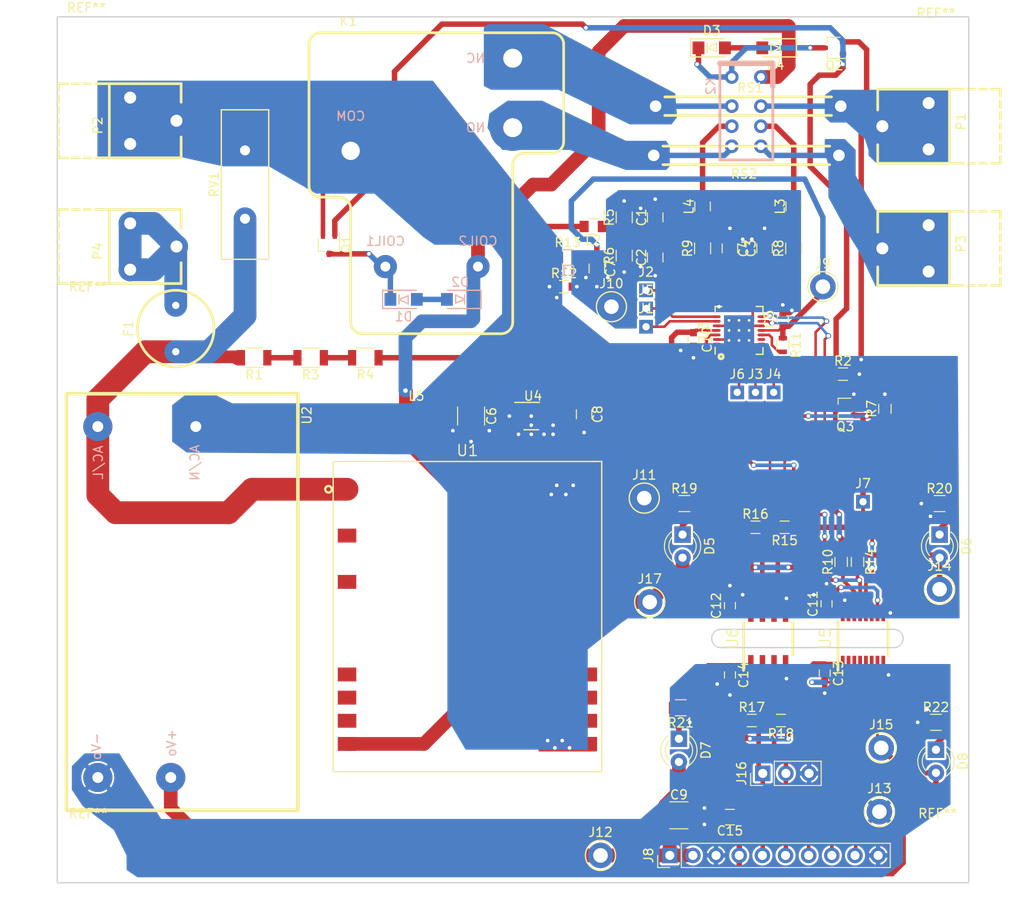
<source format=kicad_pcb>
(kicad_pcb (version 20221018) (generator pcbnew)
  (layers (0 "F.Cu" signal) (31 "B.Cu" signal) (34 "B.Paste" user) (35 "F.Paste" user) (36 "B.SilkS" user "B.Silkscreen") (37 "F.SilkS" user "F.Silkscreen") (38 "B.Mask" user) (39 "F.Mask" user) (44 "Edge.Cuts" user))
  (net 0 "")
  (net 1 "Net-(C1-Pad1)")
  (net 2 "GNDA")
  (net 3 "Net-(C2-Pad2)")
  (net 4 "Net-(C3-Pad1)")
  (net 5 "Net-(C4-Pad2)")
  (net 6 "+3.3VA")
  (net 7 "Net-(C6-Pad1)")
  (net 8 "GNDD")
  (net 9 "+3V3")
  (net 10 "+5V_ISO")
  (net 11 "GND")
  (net 12 "+3.3V_ISO")
  (net 13 "Net-(D1-Pad1)")
  (net 14 "+5V")
  (net 15 "Net-(D3-Pad1)")
  (net 16 "Net-(D5-Pad1)")
  (net 17 "Net-(D6-Pad1)")
  (net 18 "Net-(D7-Pad1)")
  (net 19 "Net-(D8-Pad1)")
  (net 20 "/Line_In")
  (net 21 "Net-(J1-Pad1)")
  (net 22 "Net-(J2-Pad1)")
  (net 23 "Net-(J3-Pad1)")
  (net 24 "Net-(J4-Pad1)")
  (net 25 "Net-(J5-Pad1)")
  (net 26 "Net-(J6-Pad1)")
  (net 27 "/MCP_EVENT")
  (net 28 "/SDA_ISO")
  (net 29 "/SCL_ISO")
  (net 30 "/SW_CTRL_ISO")
  (net 31 "/MCLR_ISO")
  (net 32 "/EVENT_ISO")
  (net 33 "Net-(K1-Pad4)")
  (net 34 "Net-(K1-Pad5)")
  (net 35 "Net-(K2-Pad3)")
  (net 36 "Net-(K2-Pad6)")
  (net 37 "Net-(L3-Pad1)")
  (net 38 "Net-(L4-Pad1)")
  (net 39 "/SW_CTRL_PROT")
  (net 40 "Net-(R1-Pad1)")
  (net 41 "Net-(R3-Pad1)")
  (net 42 "/SW_CRTL_RPI")
  (net 43 "Net-(R11-Pad2)")
  (net 44 "/MCP_MCLR")
  (net 45 "Net-(R15-Pad2)")
  (net 46 "Net-(R16-Pad2)")
  (net 47 "Net-(U1-Pad22)")
  (net 48 "Net-(U1-Pad3)")
  (net 49 "Net-(U1-Pad20)")
  (net 50 "Net-(U1-Pad5)")
  (net 51 "Net-(U1-Pad16)")
  (net 52 "Net-(U1-Pad9)")
  (net 53 "Net-(U1-Pad15)")
  (net 54 "Net-(U1-Pad10)")
  (net 55 "Net-(U1-Pad14)")
  (net 56 "Net-(U1-Pad11)")
  (net 57 "Net-(U3-Pad2)")
  (net 58 "Net-(U3-Pad3)")
  (net 59 "Net-(U3-Pad8)")
  (net 60 "Net-(U3-Pad9)")
  (net 61 "Net-(U3-Pad28)")
  (net 62 "Net-(U5-Pad11)")
  (net 63 "Net-(U5-Pad6)")
  (net 64 "Net-(D3-Pad2)")
  (net 65 "Net-(K2-Pad2)")
  (net 66 "Net-(K2-Pad4)")
  (net 67 "Net-(D1-Pad2)")
  (net 68 "/Line_fused")
  (net 69 "Net-(L2-Pad2)")
  (footprint "Capacitors_SMD:C_0805" (layer "F.Cu") (at 165.6 42 90)
    (fp_text reference "C1")
    (fp_text value "33nF 50V")
  )
  (footprint "Capacitors_SMD:C_0805" (layer "F.Cu") (at 165.6 46.4 90)
    (fp_text reference "C2")
    (fp_text value "33nF 50V")
  )
  (footprint "Capacitors_SMD:C_0805" (layer "F.Cu") (at 177.6 45.4 90)
    (fp_text reference "C3")
    (fp_text value "33nF 50V")
  )
  (footprint "Capacitors_SMD:C_0805" (layer "F.Cu") (at 173.8 45.4 -90)
    (fp_text reference "C4")
    (fp_text value "33nF 50V")
  )
  (footprint "Capacitors_SMD:C_1210" (layer "F.Cu") (at 145.4 63.8 -90)
    (fp_text reference "C6")
    (fp_text value "10uF 16V")
  )
  (footprint "Capacitors_SMD:C_0805" (layer "F.Cu") (at 159.2 47.6 -90)
    (fp_text reference "C7")
    (fp_text value "2.2uF 25V")
  )
  (footprint "Capacitors_SMD:C_0805" (layer "F.Cu") (at 157.8 63.6 -90)
    (fp_text reference "C8")
    (fp_text value "2.2uF 25V")
  )
  (footprint "Capacitors_SMD:C_1210" (layer "F.Cu") (at 168.2 107.6)
    (fp_text reference "C9")
    (fp_text value "10uF 16V")
  )
  (footprint "nightmechanic_pcb:DO-219AB" (layer "F.Cu") (at 171.8 23.4)
    (fp_text reference "D3")
    (fp_text value "15V 1W")
  )
  (footprint "nightmechanic_pcb:DO-219AB" (layer "F.Cu") (at 178.8 23.4 180)
    (fp_text reference "D4")
    (fp_text value "40V 1A")
  )
  (footprint "LEDs:LED_D3.0mm" (layer "F.Cu") (at 168.6 76.8 -90)
    (fp_text reference "D5")
    (fp_text value "LED")
  )
  (footprint "LEDs:LED_D3.0mm" (layer "F.Cu") (at 196.8 76.8 -90)
    (fp_text reference "D6")
    (fp_text value "LED")
  )
  (footprint "LEDs:LED_D3.0mm" (layer "F.Cu") (at 168.2 99.2 -90)
    (fp_text reference "D7")
    (fp_text value "LED")
  )
  (footprint "LEDs:LED_D3.0mm" (layer "F.Cu") (at 196.4 100.4 -90)
    (fp_text reference "D8")
    (fp_text value "LED")
  )
  (footprint "nightmechanic_pcb:Bel_MRT_Fuse" (layer "F.Cu") (at 113 54.2 90)
    (fp_text reference "F1")
    (fp_text value "Fuse")
  )
  (footprint "Measurement_Points:Measurement_Point_Square-TH_Small" (layer "F.Cu") (at 164.6 54)
    (fp_text reference "J1")
    (fp_text value "Conn_01x01")
  )
  (footprint "Measurement_Points:Measurement_Point_Square-TH_Small" (layer "F.Cu") (at 164.6 50)
    (fp_text reference "J2")
    (fp_text value "Conn_01x01")
  )
  (footprint "Measurement_Points:Measurement_Point_Square-TH_Small" (layer "F.Cu") (at 176.6 61.2)
    (fp_text reference "J3")
    (fp_text value "Conn_01x01")
  )
  (footprint "Measurement_Points:Measurement_Point_Square-TH_Small" (layer "F.Cu") (at 178.6 61.2)
    (fp_text reference "J4")
    (fp_text value "Conn_01x01")
  )
  (footprint "Measurement_Points:Measurement_Point_Square-TH_Small" (layer "F.Cu") (at 164.6 52)
    (fp_text reference "J5")
    (fp_text value "Conn_01x01")
  )
  (footprint "Measurement_Points:Measurement_Point_Square-TH_Small" (layer "F.Cu") (at 174.6 61.2)
    (fp_text reference "J6")
    (fp_text value "Conn_01x01")
  )
  (footprint "Measurement_Points:Measurement_Point_Square-TH_Small" (layer "F.Cu") (at 188.4 73.2)
    (fp_text reference "J7")
    (fp_text value "Conn_01x01")
  )
  (footprint "Pin_Headers:Pin_Header_Straight_1x10_Pitch2.54mm" (layer "F.Cu") (at 167.2 112 90)
    (fp_text reference "J8")
    (fp_text value "Conn_01x10")
  )
  (footprint "nightmechanic_pcb:Keystone_50XX_TP" (layer "F.Cu") (at 184 49.6)
    (fp_text reference "J9")
    (fp_text value "TEST_1P")
  )
  (footprint "nightmechanic_pcb:Keystone_50XX_TP" (layer "F.Cu") (at 160.8 51.8)
    (fp_text reference "J10")
    (fp_text value "TEST_1P")
  )
  (footprint "nightmechanic_pcb:Keystone_50XX_TP" (layer "F.Cu") (at 164.4 72.8)
    (fp_text reference "J11")
    (fp_text value "TEST_1P")
  )
  (footprint "nightmechanic_pcb:Keystone_50XX_TP" (layer "F.Cu") (at 159.6 112)
    (fp_text reference "J12")
    (fp_text value "TEST_1P")
  )
  (footprint "nightmechanic_pcb:Keystone_50XX_TP" (layer "F.Cu") (at 190.2 107.2)
    (fp_text reference "J13")
    (fp_text value "TEST_1P")
  )
  (footprint "nightmechanic_pcb:Keystone_50XX_TP" (layer "F.Cu") (at 196.8 82.8)
    (fp_text reference "J14")
    (fp_text value "TEST_1P")
  )
  (footprint "nightmechanic_pcb:Keystone_50XX_TP" (layer "F.Cu") (at 190.4 100.2)
    (fp_text reference "J15")
    (fp_text value "TEST_1P")
  )
  (footprint "Pin_Headers:Pin_Header_Straight_1x03_Pitch2.54mm" (layer "F.Cu") (at 177.4 103 90)
    (fp_text reference "J16")
    (fp_text value "Conn_01x03")
  )
  (footprint "nightmechanic_pcb:TE_T9AS_code1" (layer "F.Cu") (at 136 47.4)
    (fp_text reference "K1")
    (fp_text value "T9AS5D12-5")
  )
  (footprint "Capacitors_SMD:C_0805" (layer "F.Cu") (at 158.8 43 180)
    (fp_text reference "L2")
    (fp_text value "FB 300ohm")
  )
  (footprint "Capacitors_SMD:C_0805" (layer "F.Cu") (at 180.8 40.8 90)
    (fp_text reference "L3")
    (fp_text value "FB 300ohm")
  )
  (footprint "Capacitors_SMD:C_0805" (layer "F.Cu") (at 170.8 40.8 90)
    (fp_text reference "L4")
    (fp_text value "FB 300ohm")
  )
  (footprint "nightmechanic_pcb:Murata_8200" (layer "F.Cu") (at 139.4 63.8)
    (fp_text reference "L5")
    (fp_text value "22uH")
  )
  (footprint "nightmechanic_pcb:Keystone_4912" (layer "F.Cu") (at 195.6 32 90)
    (fp_text reference "P1")
    (fp_text value "Keystone_4912")
  )
  (footprint "nightmechanic_pcb:Keystone_4912" (layer "F.Cu") (at 108 31.4 -90)
    (fp_text reference "P2")
    (fp_text value "Keystone_4912")
  )
  (footprint "nightmechanic_pcb:Keystone_4912" (layer "F.Cu") (at 195.6 45.4 90)
    (fp_text reference "P3")
    (fp_text value "Keystone_4912")
  )
  (footprint "nightmechanic_pcb:Keystone_4912" (layer "F.Cu") (at 108 45.2 -90)
    (fp_text reference "P4")
    (fp_text value "Keystone_4912")
  )
  (footprint "TO_SOT_Packages_SMD:SOT-323_SC-70" (layer "F.Cu") (at 129.8 45 -90)
    (fp_text reference "Q1")
    (fp_text value "DMN3067LW")
  )
  (footprint "TO_SOT_Packages_SMD:SOT-323_SC-70" (layer "F.Cu") (at 185.2 23.4 180)
    (fp_text reference "Q2")
    (fp_text value "DMN3067LW")
  )
  (footprint "TO_SOT_Packages_SMD:SOT-323_SC-70" (layer "F.Cu") (at 186.4 63 180)
    (fp_text reference "Q3")
    (fp_text value "DMN3067LW")
  )
  (footprint "Resistors_SMD:R_1206" (layer "F.Cu") (at 121.6 57.4 180)
    (fp_text reference "R1")
    (fp_text value "330k")
  )
  (footprint "Resistors_SMD:R_0603" (layer "F.Cu") (at 186.2 59.2)
    (fp_text reference "R2")
    (fp_text value "10k")
  )
  (footprint "Resistors_SMD:R_1206" (layer "F.Cu") (at 127.8 57.4 180)
    (fp_text reference "R3")
    (fp_text value "330k")
  )
  (footprint "Resistors_SMD:R_1206" (layer "F.Cu") (at 133.8 57.4 180)
    (fp_text reference "R4")
    (fp_text value "330k")
  )
  (footprint "Resistors_SMD:R_0805" (layer "F.Cu") (at 162.2 42 90)
    (fp_text reference "R5")
    (fp_text value "1.5k")
  )
  (footprint "Resistors_SMD:R_0805" (layer "F.Cu") (at 162.2 46.2 90)
    (fp_text reference "R6")
    (fp_text value "1.5k")
  )
  (footprint "Resistors_SMD:R_0603" (layer "F.Cu") (at 190.8 63 90)
    (fp_text reference "R7")
    (fp_text value "10k")
  )
  (footprint "Resistors_SMD:R_0805" (layer "F.Cu") (at 180.8 45.4 90)
    (fp_text reference "R8")
    (fp_text value "1.5k")
  )
  (footprint "Resistors_SMD:R_0805" (layer "F.Cu") (at 170.8 45.4 90)
    (fp_text reference "R9")
    (fp_text value "1.5k")
  )
  (footprint "Resistors_SMD:R_0603" (layer "F.Cu") (at 186 79.8 90)
    (fp_text reference "R10")
    (fp_text value "2.2k")
  )
  (footprint "Resistors_SMD:R_0603" (layer "F.Cu") (at 179.6 56 -90)
    (fp_text reference "R11")
    (fp_text value "4.7k")
  )
  (footprint "Resistors_SMD:R_0603" (layer "F.Cu") (at 155.6 49.6)
    (fp_text reference "R12")
    (fp_text value "0R")
  )
  (footprint "Resistors_SMD:R_0805" (layer "F.Cu") (at 156 46.4)
    (fp_text reference "R13")
    (fp_text value "10R")
  )
  (footprint "Resistors_SMD:R_0603" (layer "F.Cu") (at 187.8 79.8 -90)
    (fp_text reference "R14")
    (fp_text value "4.7k")
  )
  (footprint "Resistors_SMD:R_0603" (layer "F.Cu") (at 179.8 76 180)
    (fp_text reference "R15")
    (fp_text value "2.2k")
  )
  (footprint "Resistors_SMD:R_0603" (layer "F.Cu") (at 176.6 76)
    (fp_text reference "R16")
    (fp_text value "2.2k")
  )
  (footprint "Resistors_SMD:R_0603" (layer "F.Cu") (at 176.2 97.2)
    (fp_text reference "R17")
    (fp_text value "2.2k")
  )
  (footprint "Resistors_SMD:R_0603" (layer "F.Cu") (at 179.4 97.2 180)
    (fp_text reference "R18")
    (fp_text value "2.2k")
  )
  (footprint "Resistors_SMD:R_0805" (layer "F.Cu") (at 168.8 73.4)
    (fp_text reference "R19")
    (fp_text value "300R")
  )
  (footprint "Resistors_SMD:R_0805" (layer "F.Cu") (at 196.8 73.4)
    (fp_text reference "R20")
    (fp_text value "120R")
  )
  (footprint "Resistors_SMD:R_0805" (layer "F.Cu") (at 168.4 95.8 180)
    (fp_text reference "R21")
    (fp_text value "300R")
  )
  (footprint "Resistors_SMD:R_0805" (layer "F.Cu") (at 196.4 97.4)
    (fp_text reference "R22")
    (fp_text value "120R")
  )
  (footprint "nightmechanic_pcb:TE_OAR5" (layer "F.Cu") (at 175.8 29.8 -90)
    (fp_text reference "RS1")
    (fp_text value "OAR5R005")
  )
  (footprint "nightmechanic_pcb:TE_OAR5" (layer "F.Cu") (at 175.6 35.2 90)
    (fp_text reference "RS2")
    (fp_text value "OAR5R050")
  )
  (footprint "nightmechanic_pcb:Bourns_MOV_14D431K" (layer "F.Cu") (at 120.6 38.4 90)
    (fp_text reference "RV1")
    (fp_text value "Varistor")
  )
  (footprint "nightmechanic_pcb:IRM-02-xS" (layer "F.Cu") (at 145 85.8 -90)
    (fp_text reference "U1")
    (fp_text value "IRM-02-5S")
  )
  (footprint "nightmechanic_pcb:IRM-05-x" (layer "F.Cu") (at 101 84.2 -90)
    (fp_text reference "U2")
    (fp_text value "IRM-05-5")
  )
  (footprint "nightmechanic_pcb:QFN-28-1EP_5x5mm_Pitch0.5mm_mod" (layer "F.Cu") (at 174.8 54.4 90)
    (fp_text reference "U3")
    (fp_text value "MCP39F521")
  )
  (footprint "nightmechanic_pcb:TI_DBV005" (layer "F.Cu") (at 152 63.8)
    (fp_text reference "U4")
    (fp_text value "LP5907MFX-3.3")
  )
  (footprint "nightmechanic_pcb:TI_DBQ0016A" (layer "F.Cu") (at 188.4 88.2)
    (fp_text reference "U5")
    (fp_text value "ISO7731FDBQ")
  )
  (footprint "nightmechanic_pcb:TI_ISO1540D8" (layer "F.Cu") (at 178 88.2)
    (fp_text reference "U6")
    (fp_text value "ISO1540D")
  )
  (footprint "Mounting_Holes:MountingHole_3.2mm_M3" (layer "F.Cu") (at 103.2 23.2)
    (fp_text reference "REF**")
    (fp_text value "MountingHole_3.2mm_M3")
  )
  (footprint "Mounting_Holes:MountingHole_3.2mm_M3" (layer "F.Cu") (at 103.4 53.8)
    (fp_text reference "REF**")
    (fp_text value "MountingHole_3.2mm_M3")
  )
  (footprint "Mounting_Holes:MountingHole_3.2mm_M3" (layer "F.Cu") (at 103.4 111.6)
    (fp_text reference "REF**")
    (fp_text value "MountingHole_3.2mm_M3")
  )
  (footprint "Mounting_Holes:MountingHole_3.2mm_M3" (layer "F.Cu") (at 196.4 23.8)
    (fp_text reference "REF**")
    (fp_text value "MountingHole_3.2mm_M3")
  )
  (footprint "Mounting_Holes:MountingHole_3.2mm_M3" (layer "F.Cu") (at 196.6 111.6)
    (fp_text reference "REF**")
    (fp_text value "MountingHole_3.2mm_M3")
  )
  (footprint "Mounting_Holes:MountingHole_3.2mm_M3" (layer "F.Cu") (at 196.4 53.4)
    (fp_text reference "")
    (fp_text value "MountingHole_3.2mm_M3")
  )
  (footprint "Capacitors_SMD:C_0805" (layer "F.Cu") (at 173.8 107.8 180)
    (fp_text reference "C15")
    (fp_text value "2.2uF 25V")
  )
  (footprint "nightmechanic_pcb:Keystone_50XX_TP" (layer "F.Cu") (at 165 84.2)
    (fp_text reference "J17")
    (fp_text value "TEST_1P")
  )
  (footprint "Capacitors_SMD:C_0603" (layer "F.Cu") (at 179.6 53.2 90)
    (fp_text reference "C5")
    (fp_text value "0.1uF 25V")
  )
  (footprint "Capacitors_SMD:C_0603" (layer "F.Cu") (at 169.8 55.4 -90)
    (fp_text reference "C10")
    (fp_text value "0.1uF 25V")
  )
  (footprint "Capacitors_SMD:C_0603" (layer "F.Cu") (at 184.4 84.4 90)
    (fp_text reference "C11")
    (fp_text value "0.1uF 25V")
  )
  (footprint "Capacitors_SMD:C_0603" (layer "F.Cu") (at 173.8 84.6 90)
    (fp_text reference "C12")
    (fp_text value "0.1uF 25V")
  )
  (footprint "Capacitors_SMD:C_0603" (layer "F.Cu") (at 184.2 92 -90)
    (fp_text reference "C13")
    (fp_text value "0.1uF 25V")
  )
  (footprint "Capacitors_SMD:C_0603" (layer "F.Cu") (at 173.8 92.2 -90)
    (fp_text reference "C14")
    (fp_text value "0.1uF 25V")
  )
  (footprint "nightmechanic_pcb:DO-219AB" (layer "B.Cu") (at 138 51)
    (fp_text reference "D1")
    (fp_text value "15V 1W")
  )
  (footprint "nightmechanic_pcb:DO-219AB" (layer "B.Cu") (at 144.2 51 180)
    (fp_text reference "D2")
    (fp_text value "40V 1A")
  )
  (footprint "nightmechanic_pcb:Kemet_UA2" (layer "B.Cu") (at 175.6 29.8 -90)
    (fp_text reference "K2")
    (fp_text value "KEMET_UA2_5NJ")
  )
  (footprint "Capacitors_SMD:C_0805" (layer "B.Cu") (at 156 46.4)
    (fp_text reference "L1")
    (fp_text value "FB 300ohm")
  )
  (gr_arc (start 171.8 88.2) (mid 172.092893 87.492893) (end 172.8 87.2) (stroke (width 0.15)) (layer "Edge.Cuts"))
  (gr_line (start 100 20) (end 200 20) (stroke (width 0.15)) (layer "Edge.Cuts"))
  (gr_arc (start 191.8 87.2) (mid 192.507107 87.492893) (end 192.8 88.2) (stroke (width 0.15)) (layer "Edge.Cuts"))
  (gr_arc (start 172.8 89.2) (mid 172.092893 88.907107) (end 171.8 88.2) (stroke (width 0.15)) (layer "Edge.Cuts"))
  (gr_line (start 191.8 89.2) (end 172.8 89.2) (stroke (width 0.15)) (layer "Edge.Cuts"))
  (gr_line (start 100 115) (end 100 20) (stroke (width 0.15)) (layer "Edge.Cuts"))
  (gr_line (start 200 115) (end 100 115) (stroke (width 0.15)) (layer "Edge.Cuts"))
  (gr_line (start 200 20) (end 200 115) (stroke (width 0.15)) (layer "Edge.Cuts"))
  (gr_line (start 172.8 87.2) (end 191.8 87.2) (stroke (width 0.15)) (layer "Edge.Cuts"))
  (gr_arc (start 192.8 88.2) (mid 192.507107 88.907107) (end 191.8 89.2) (stroke (width 0.15)) (layer "Edge.Cuts"))
  (via (at 182.8 93) (size 0.6) (drill 0.4) (layers "F.Cu" "B.Cu") (net 0))
  (segment (start 184.2 93) (end 182.8 93) (width 0.6) (layer "B.Cu") (net 0))
  (segment (start 174.8 50.4) (end 174 49.6) (width 0.28) (layer "F.Cu") (net 1))
  (segment (start 174 49.6) (end 170.4 49.6) (width 0.28) (layer "F.Cu") (net 1))
  (segment (start 169 48.2) (end 168.8 48) (width 0.28) (layer "F.Cu") (net 1))
  (segment (start 168.8 48) (end 168.8 45) (width 0.28) (layer "F.Cu") (net 1))
  (segment (start 168.8 45) (end 166.8 43) (width 0.28) (layer "F.Cu") (net 1))
  (segment (start 166.8 43) (end 165.6 43) (width 0.28) (layer "F.Cu") (net 1))
  (segment (start 162.25 43) (end 162.2 42.95) (width 0.28) (layer "F.Cu") (net 1))
  (segment (start 159.85 42.95) (end 159.8 43) (width 0.28) (layer "F.Cu") (net 1))
  (segment (start 165.6 43) (end 162.25 43) (width 0.28) (layer "F.Cu") (net 1))
  (segment (start 174.8 51.95) (end 174.8 50.4) (width 0.28) (layer "F.Cu") (net 1))
  (segment (start 170.4 49.6) (end 169 48.2) (width 0.28) (layer "F.Cu") (net 1))
  (segment (start 162.2 42.95) (end 159.85 42.95) (width 0.28) (layer "F.Cu") (net 1))
  (segment (start 175.2 44.4) (end 173.8 44.4) (width 0.5) (layer "F.Cu") (net 2))
  (segment (start 177.6 43.2) (end 177.6 44.4) (width 0.5) (layer "F.Cu") (net 2))
  (segment (start 163.95 41.05) (end 164 41) (width 0.5) (layer "F.Cu") (net 2))
  (segment (start 163.75 47.15) (end 164 47.4) (width 0.5) (layer "F.Cu") (net 2))
  (segment (start 159.2 49.6) (end 159.2 48.6) (width 0.5) (layer "F.Cu") (net 2))
  (segment (start 159.2 48.6) (end 160.4 48.6) (width 0.5) (layer "F.Cu") (net 2))
  (segment (start 172.75 51.95) (end 172.6 51.8) (width 0.28) (layer "F.Cu") (net 2))
  (segment (start 180.35 52.45) (end 180.6 52.2) (width 0.6) (layer "F.Cu") (net 2))
  (segment (start 164 41) (end 165.6 41) (width 0.5) (layer "F.Cu") (net 2))
  (segment (start 173.8 44.4) (end 173.8 43.2) (width 0.5) (layer "F.Cu") (net 2))
  (segment (start 156.35 49.6) (end 157 49.6) (width 0.5) (layer "F.Cu") (net 2))
  (segment (start 176.2 44.4) (end 175.2 44.4) (width 0.5) (layer "F.Cu") (net 2))
  (segment (start 164 47.4) (end 165.6 47.4) (width 0.5) (layer "F.Cu") (net 2))
  (segment (start 162.2 47.15) (end 162.2 48) (width 0.5) (layer "F.Cu") (net 2))
  (segment (start 162.2 41.05) (end 162.2 40.2) (width 0.5) (layer "F.Cu") (net 2))
  (segment (start 162.2 47.15) (end 163.75 47.15) (width 0.5) (layer "F.Cu") (net 2))
  (segment (start 159.2 48.6) (end 158 48.6) (width 0.5) (layer "F.Cu") (net 2))
  (segment (start 179.6 52.45) (end 180.35 52.45) (width 0.6) (layer "F.Cu") (net 2))
  (segment (start 165.6 47.4) (end 165.6 48.4) (width 0.5) (layer "F.Cu") (net 2))
  (segment (start 165.6 41) (end 165.6 40) (width 0.5) (layer "F.Cu") (net 2))
  (segment (start 173.3 51.95) (end 172.75 51.95) (width 0.28) (layer "F.Cu") (net 2))
  (segment (start 162.2 41.05) (end 163.95 41.05) (width 0.5) (layer "F.Cu") (net 2))
  (segment (start 177.6 44.4) (end 176.2 44.4) (width 0.5) (layer "F.Cu") (net 2))
  (segment (start 179.6 52.45) (end 179.6 51.6) (width 0.6) (layer "F.Cu") (net 2))
  (via (at 175.2 44.4) (size 0.6) (drill 0.4) (layers "F.Cu" "B.Cu") (net 2))
  (via (at 164 41) (size 0.6) (drill 0.4) (layers "F.Cu" "B.Cu") (net 2))
  (via (at 165.6 48.4) (size 0.6) (drill 0.4) (layers "F.Cu" "B.Cu") (net 2))
  (via (at 173.8 43.2) (size 0.6) (drill 0.4) (layers "F.Cu" "B.Cu") (net 2))
  (via (at 162.2 40.2) (size 0.6) (drill 0.4) (layers "F.Cu" "B.Cu") (net 2))
  (via (at 172.6 51.8) (size 0.6) (drill 0.4) (layers "F.Cu" "B.Cu") (net 2))
  (via (at 179.6 51.6) (size 0.6) (drill 0.4) (layers "F.Cu" "B.Cu") (net 2))
  (via (at 158 48.6) (size 0.6) (drill 0.4) (layers "F.Cu" "B.Cu") (net 2))
  (via (at 180.6 52.2) (size 0.6) (drill 0.4) (layers "F.Cu" "B.Cu") (net 2))
  (via (at 165.6 40) (size 0.6) (drill 0.4) (layers "F.Cu" "B.Cu") (net 2))
  (via (at 159.2 49.6) (size 0.6) (drill 0.4) (layers "F.Cu" "B.Cu") (net 2))
  (via (at 157 49.6) (size 0.6) (drill 0.4) (layers "F.Cu" "B.Cu") (net 2))
  (via (at 176.2 44.4) (size 0.6) (drill 0.4) (layers "F.Cu" "B.Cu") (net 2))
  (via (at 177.6 43.2) (size 0.6) (drill 0.4) (layers "F.Cu" "B.Cu") (net 2))
  (via (at 164 47.4) (size 0.6) (drill 0.4) (layers "F.Cu" "B.Cu") (net 2))
  (via (at 160.4 48.6) (size 0.6) (drill 0.4) (layers "F.Cu" "B.Cu") (net 2))
  (via (at 162.2 48) (size 0.6) (drill 0.4) (layers "F.Cu" "B.Cu") (net 2))
  (segment (start 173.8 43.2) (end 175.2 43.2) (width 0.5) (layer "B.Cu") (net 2))
  (segment (start 175.2 43.2) (end 175.2 44.4) (width 0.5) (layer "B.Cu") (net 2))
  (segment (start 176.2 44.4) (end 176.2 43.2) (width 0.5) (layer "B.Cu") (net 2))
  (segment (start 176.2 43.2) (end 177.6 43.2) (width 0.5) (layer "B.Cu") (net 2))
  (segment (start 158 48.6) (end 158 49.8) (width 0.5) (layer "B.Cu") (net 2))
  (segment (start 158 49.8) (end 158.2 49.6) (width 0.5) (layer "B.Cu") (net 2))
  (segment (start 158.2 49.6) (end 159.2 49.6) (width 0.5) (layer "B.Cu") (net 2))
  (segment (start 174.3 50.7) (end 173.8 50.2) (width 0.28) (layer "F.Cu") (net 3))
  (segment (start 173.8 50.2) (end 169.6 50.2) (width 0.28) (layer "F.Cu") (net 3))
  (segment (start 169.4 50.2) (end 167.2 48) (width 0.28) (layer "F.Cu") (net 3))
  (segment (start 167.2 48) (end 167.2 45.8) (width 0.28) (layer "F.Cu") (net 3))
  (segment (start 167.2 45.8) (end 166.8 45.4) (width 0.28) (layer "F.Cu") (net 3))
  (segment (start 166.8 45.4) (end 165.6 45.4) (width 0.28) (layer "F.Cu") (net 3))
  (segment (start 165.45 45.25) (end 165.6 45.4) (width 0.28) (layer "F.Cu") (net 3))
  (segment (start 169.6 50.2) (end 169.4 50.2) (width 0.28) (layer "F.Cu") (net 3))
  (segment (start 174.3 51.95) (end 174.3 50.7) (width 0.28) (layer "F.Cu") (net 3))
  (segment (start 162.2 45.25) (end 165.45 45.25) (width 0.28) (layer "F.Cu") (net 3))
  (segment (start 177.65 46.35) (end 177.6 46.4) (width 0.6) (layer "F.Cu") (net 4))
  (segment (start 175.8 51) (end 177.6 49.2) (width 0.28) (layer "F.Cu") (net 4))
  (segment (start 177.6 49.2) (end 177.6 46.4) (width 0.28) (layer "F.Cu") (net 4))
  (segment (start 175.8 51.95) (end 175.8 51) (width 0.28) (layer "F.Cu") (net 4))
  (segment (start 180.8 46.35) (end 177.65 46.35) (width 0.6) (layer "F.Cu") (net 4))
  (segment (start 170.85 46.4) (end 170.8 46.35) (width 0.6) (layer "F.Cu") (net 5))
  (segment (start 175.3 50.1) (end 173.8 48.6) (width 0.28) (layer "F.Cu") (net 5))
  (segment (start 173.8 48.6) (end 173.8 46.4) (width 0.28) (layer "F.Cu") (net 5))
  (segment (start 175.3 51.95) (end 175.3 50.1) (width 0.28) (layer "F.Cu") (net 5))
  (segment (start 173.8 46.4) (end 170.85 46.4) (width 0.6) (layer "F.Cu") (net 5))
  (segment (start 159 46.4) (end 159.2 46.6) (width 0.6) (layer "F.Cu") (net 6))
  (segment (start 179.15 54.4) (end 179.6 53.95) (width 0.28) (layer "F.Cu") (net 6))
  (segment (start 180.25 53.95) (end 184 50.2) (width 0.6) (layer "F.Cu") (net 6))
  (segment (start 184 50.2) (end 184 49.6) (width 0.6) (layer "F.Cu") (net 6))
  (segment (start 177.25 54.4) (end 179.15 54.4) (width 0.28) (layer "F.Cu") (net 6))
  (segment (start 179.6 55.25) (end 179.6 53.95) (width 0.6) (layer "F.Cu") (net 6))
  (segment (start 159.2 46.6) (end 159.2 45) (width 0.6) (layer "F.Cu") (net 6))
  (segment (start 156.95 46.4) (end 159 46.4) (width 0.6) (layer "F.Cu") (net 6))
  (segment (start 179.6 53.95) (end 180.25 53.95) (width 0.6) (layer "F.Cu") (net 6))
  (via (at 159.2 45) (size 0.6) (drill 0.4) (layers "F.Cu" "B.Cu") (net 6))
  (segment (start 159.2 45) (end 158.6 44.4) (width 0.6) (layer "B.Cu") (net 6))
  (segment (start 158.6 44.4) (end 157.6 44.4) (width 0.6) (layer "B.Cu") (net 6))
  (segment (start 157.6 44.4) (end 156.4 43.2) (width 0.6) (layer "B.Cu") (net 6))
  (segment (start 156.4 43.2) (end 156.4 40.2) (width 0.6) (layer "B.Cu") (net 6))
  (segment (start 156.4 40.2) (end 158.8 37.8) (width 0.6) (layer "B.Cu") (net 6))
  (segment (start 158.8 37.8) (end 182 37.8) (width 0.6) (layer "B.Cu") (net 6))
  (segment (start 182 37.8) (end 184 42) (width 0.6) (layer "B.Cu") (net 6))
  (segment (start 184 42) (end 184 49) (width 0.6) (layer "B.Cu") (net 6))
  (segment (start 184 49) (end 184 49.6) (width 0.6) (layer "B.Cu") (net 6))
  (segment (start 141.6 63.8) (end 143.1 62.3) (width 0.6) (layer "F.Cu") (net 7))
  (segment (start 143.1 62.3) (end 145.4 62.3) (width 0.6) (layer "F.Cu") (net 7))
  (segment (start 150.15 62.3) (end 150.7 62.85) (width 0.6) (layer "F.Cu") (net 7))
  (segment (start 148.35 64.75) (end 147.6 64) (width 0.6) (layer "F.Cu") (net 7))
  (segment (start 147.6 64) (end 147.6 62.3) (width 0.6) (layer "F.Cu") (net 7))
  (segment (start 147.6 62.3) (end 150.15 62.3) (width 0.6) (layer "F.Cu") (net 7))
  (segment (start 145.4 62.3) (end 147.6 62.3) (width 0.6) (layer "F.Cu") (net 7))
  (segment (start 150.7 64.75) (end 148.35 64.75) (width 0.6) (layer "F.Cu") (net 7))
  (segment (start 140.55 63.8) (end 141.6 63.8) (width 0.6) (layer "F.Cu") (net 7))
  (segment (start 173.625 53.9) (end 173.9625 53.5625) (width 0.28) (layer "F.Cu") (net 8))
  (segment (start 173.8 55.4) (end 173.9625 55.2375) (width 0.28) (layer "F.Cu") (net 8))
  (segment (start 175.975 53.9) (end 175.6375 53.5625) (width 0.28) (layer "F.Cu") (net 8))
  (segment (start 176.3 52.9) (end 175.6375 53.5625) (width 0.28) (layer "F.Cu") (net 8))
  (segment (start 129.15 37.74) (end 132.19 34.7) (width 0.5) (layer "F.Cu") (net 8))
  (segment (start 156.63 99.77) (end 156.2 100.2) (width 0.5) (layer "F.Cu") (net 8))
  (segment (start 155.4 99.4) (end 154.6 100.2) (width 0.5) (layer "F.Cu") (net 8))
  (segment (start 157.03 71.83) (end 156.6 71.4) (width 0.5) (layer "F.Cu") (net 8))
  (segment (start 155.8 72.4) (end 154.8 71.4) (width 0.5) (layer "F.Cu") (net 8))
  (segment (start 165 73.4) (end 164.4 72.8) (width 0.5) (layer "F.Cu") (net 8))
  (segment (start 175.2 83.4) (end 175 83.6) (width 0.5) (layer "F.Cu") (net 8))
  (segment (start 175 83.6) (end 173.8 83.6) (width 0.5) (layer "F.Cu") (net 8))
  (segment (start 179.905 83.895) (end 180 83.8) (width 0.5) (layer "F.Cu") (net 8))
  (segment (start 183 83.4) (end 184.4 83.4) (width 0.5) (layer "F.Cu") (net 8))
  (segment (start 174.8 53.3) (end 175.9 53.3) (width 0.5) (layer "F.Cu") (net 8))
  (segment (start 174.8 55.5) (end 175.9 55.5) (width 0.5) (layer "F.Cu") (net 8))
  (segment (start 175.9 55.5) (end 175.9 54.4) (width 0.5) (layer "F.Cu") (net 8))
  (segment (start 168.4 56.6) (end 168.6 56.4) (width 0.5) (layer "F.Cu") (net 8))
  (segment (start 168.6 56.4) (end 169.8 56.4) (width 0.5) (layer "F.Cu") (net 8))
  (segment (start 147.4 65.4) (end 147.3 65.3) (width 0.5) (layer "F.Cu") (net 8))
  (segment (start 147.3 65.3) (end 145.4 65.3) (width 0.5) (layer "F.Cu") (net 8))
  (segment (start 143.5 65.3) (end 143.4 65.4) (width 0.5) (layer "F.Cu") (net 8))
  (segment (start 154.35 64.75) (end 154.4 64.8) (width 0.5) (layer "F.Cu") (net 8))
  (segment (start 154.4 65.8) (end 153.4 65.8) (width 0.5) (layer "F.Cu") (net 8))
  (segment (start 152 65.8) (end 152 64.8) (width 0.5) (layer "F.Cu") (net 8))
  (segment (start 152 63.8) (end 150.7 63.8) (width 0.5) (layer "F.Cu") (net 8))
  (segment (start 154.6 64.6) (end 154.4 64.8) (width 0.5) (layer "F.Cu") (net 8))
  (segment (start 154.8 50.8) (end 154.85 50.75) (width 0.5) (layer "F.Cu") (net 8))
  (segment (start 154.85 50.75) (end 154.85 49.6) (width 0.5) (layer "F.Cu") (net 8))
  (segment (start 191.3 85.5) (end 191.4 85.4) (width 0.4) (layer "F.Cu") (net 8))
  (segment (start 186.8125 84.2125) (end 186.6 84) (width 0.4) (layer "F.Cu") (net 8))
  (segment (start 186.6 84) (end 186.4 84) (width 0.4) (layer "F.Cu") (net 8))
  (segment (start 187.95 22.75) (end 188.8 23.6) (width 0.6) (layer "F.Cu") (net 8))
  (segment (start 188.8 23.6) (end 188.8 30.6) (width 0.6) (layer "F.Cu") (net 8))
  (segment (start 188.8 30.6) (end 188.2 31.2) (width 0.6) (layer "F.Cu") (net 8))
  (segment (start 188.2 31.2) (end 188.2 56.4) (width 0.6) (layer "F.Cu") (net 8))
  (segment (start 195.85 74.75) (end 195.8 74.8) (width 0.6) (layer "F.Cu") (net 8))
  (segment (start 154.85 49.6) (end 154 49.6) (width 0.5) (layer "F.Cu") (net 8))
  (segment (start 145.4 65.3) (end 145.4 66.6) (width 0.5) (layer "F.Cu") (net 8))
  (segment (start 195.85 73.4) (end 195.85 74.75) (width 0.6) (layer "F.Cu") (net 8))
  (segment (start 188.2 57.6) (end 188.2 56.4) (width 0.6) (layer "F.Cu") (net 8))
  (segment (start 179.905 85.5) (end 179.905 83.895) (width 0.5) (layer "F.Cu") (net 8))
  (segment (start 150.7 63.8) (end 149.6 63.8) (width 0.5) (layer "F.Cu") (net 8))
  (segment (start 129.15 44) (end 129.15 37.74) (width 0.5) (layer "F.Cu") (net 8))
  (segment (start 157.8 64.6) (end 154.6 64.6) (width 0.5) (layer "F.Cu") (net 8))
  (segment (start 186.95 59.2) (end 188 59.2) (width 0.5) (layer "F.Cu") (net 8))
  (segment (start 172.35 55.4) (end 173.8 55.4) (width 0.28) (layer "F.Cu") (net 8))
  (segment (start 169.8 56.4) (end 169.8 57.4) (width 0.5) (layer "F.Cu") (net 8))
  (segment (start 176.3 51.95) (end 176.3 52.9) (width 0.28) (layer "F.Cu") (net 8))
  (segment (start 167.85 73.4) (end 165 73.4) (width 0.5) (layer "F.Cu") (net 8))
  (segment (start 152 65.8) (end 150.6 65.8) (width 0.5) (layer "F.Cu") (net 8))
  (segment (start 158.208 71.83) (end 157.03 71.83) (width 0.5) (layer "F.Cu") (net 8))
  (segment (start 173.7 53.3) (end 174.8 53.3) (width 0.5) (layer "F.Cu") (net 8))
  (segment (start 172.35 53.9) (end 173.625 53.9) (width 0.28) (layer "F.Cu") (net 8))
  (segment (start 145.4 65.3) (end 143.5 65.3) (width 0.5) (layer "F.Cu") (net 8))
  (segment (start 153.3 64.75) (end 154.35 64.75) (width 0.5) (layer "F.Cu") (net 8))
  (segment (start 190.8 62.25) (end 190.8 61.4) (width 0.5) (layer "F.Cu") (net 8))
  (segment (start 177.25 53.9) (end 175.975 53.9) (width 0.28) (layer "F.Cu") (net 8))
  (segment (start 195.85 73.4) (end 194.8 73.4) (width 0.6) (layer "F.Cu") (net 8))
  (segment (start 173.7 55.5) (end 174.8 55.5) (width 0.5) (layer "F.Cu") (net 8))
  (segment (start 174.8 55.5) (end 174.8 54.4) (width 0.5) (layer "F.Cu") (net 8))
  (segment (start 187.95 22.75) (end 186.2 22.75) (width 0.6) (layer "F.Cu") (net 8))
  (segment (start 157.8 64.6) (end 157.8 65.6) (width 0.5) (layer "F.Cu") (net 8))
  (segment (start 186.8125 85.5) (end 186.8125 84.2125) (width 0.4) (layer "F.Cu") (net 8))
  (segment (start 190.6225 85.5) (end 191.3 85.5) (width 0.4) (layer "F.Cu") (net 8))
  (segment (start 187.4 62.35) (end 187.4 61.4) (width 0.5) (layer "F.Cu") (net 8))
  (segment (start 158.208 99.77) (end 156.63 99.77) (width 0.5) (layer "F.Cu") (net 8))
  (segment (start 184.4 83.4) (end 184.4 82.2) (width 0.5) (layer "F.Cu") (net 8))
  (segment (start 173.8 83.6) (end 173.8 82.4) (width 0.5) (layer "F.Cu") (net 8))
  (via (at 188 59.2) (size 0.6) (drill 0.4) (layers "F.Cu" "B.Cu") (net 8))
  (via (at 173.8 82.4) (size 0.6) (drill 0.4) (layers "F.Cu" "B.Cu") (net 8))
  (via (at 152 64.8) (size 0.6) (drill 0.4) (layers "F.Cu" "B.Cu") (net 8))
  (via (at 152 65.8) (size 0.6) (drill 0.4) (layers "F.Cu" "B.Cu") (net 8))
  (via (at 154 49.6) (size 0.6) (drill 0.4) (layers "F.Cu" "B.Cu") (net 8))
  (via (at 150.6 65.8) (size 0.6) (drill 0.4) (layers "F.Cu" "B.Cu") (net 8))
  (via (at 145.4 66.6) (size 0.6) (drill 0.4) (layers "F.Cu" "B.Cu") (net 8))
  (via (at 183 83.4) (size 0.6) (drill 0.4) (layers "F.Cu" "B.Cu") (net 8))
  (via (at 154.4 65.8) (size 0.6) (drill 0.4) (layers "F.Cu" "B.Cu") (net 8))
  (via (at 157.8 65.6) (size 0.6) (drill 0.4) (layers "F.Cu" "B.Cu") (net 8))
  (via (at 184.4 82.2) (size 0.6) (drill 0.4) (layers "F.Cu" "B.Cu") (net 8))
  (via (at 154.8 50.8) (size 0.6) (drill 0.4) (layers "F.Cu" "B.Cu") (net 8))
  (via (at 188.2 57.6) (size 0.6) (drill 0.4) (layers "F.Cu" "B.Cu") (net 8))
  (via (at 186.4 84) (size 0.6) (drill 0.4) (layers "F.Cu" "B.Cu") (net 8))
  (via (at 180 83.8) (size 0.6) (drill 0.4) (layers "F.Cu" "B.Cu") (net 8))
  (via (at 190.8 61.4) (size 0.6) (drill 0.4) (layers "F.Cu" "B.Cu") (net 8))
  (via (at 149.6 63.8) (size 0.6) (drill 0.4) (layers "F.Cu" "B.Cu") (net 8))
  (via (at 168.4 56.6) (size 0.6) (drill 0.4) (layers "F.Cu" "B.Cu") (net 8))
  (via (at 156.6 71.4) (size 0.6) (drill 0.4) (layers "F.Cu" "B.Cu") (net 8))
  (via (at 154.4 64.8) (size 0.6) (drill 0.4) (layers "F.Cu" "B.Cu") (net 8))
  (via (at 156.2 100.2) (size 0.6) (drill 0.4) (layers "F.Cu" "B.Cu") (net 8))
  (via (at 153.4 65.8) (size 0.6) (drill 0.4) (layers "F.Cu" "B.Cu") (net 8))
  (via (at 187.4 61.4) (size 0.6) (drill 0.4) (layers "F.Cu" "B.Cu") (net 8))
  (via (at 169.8 57.4) (size 0.6) (drill 0.4) (layers "F.Cu" "B.Cu") (net 8))
  (via (at 195.8 74.8) (size 0.6) (drill 0.4) (layers "F.Cu" "B.Cu") (net 8))
  (via (at 191.4 85.4) (size 0.6) (drill 0.4) (layers "F.Cu" "B.Cu") (net 8))
  (via (at 147.4 65.4) (size 0.6) (drill 0.4) (layers "F.Cu" "B.Cu") (net 8))
  (via (at 154.8 71.4) (size 0.6) (drill 0.4) (layers "F.Cu" "B.Cu") (net 8))
  (via (at 154.6 100.2) (size 0.6) (drill 0.4) (layers "F.Cu" "B.Cu") (net 8))
  (via (at 143.4 65.4) (size 0.6) (drill 0.4) (layers "F.Cu" "B.Cu") (net 8))
  (via (at 194.8 73.4) (size 0.6) (drill 0.4) (layers "F.Cu" "B.Cu") (net 8))
  (via (at 175.2 83.4) (size 0.6) (drill 0.4) (layers "F.Cu" "B.Cu") (net 8))
  (via (at 155.4 99.4) (size 0.6) (drill 0.4) (layers "F.Cu" "B.Cu") (net 8))
  (via (at 152 63.8) (size 0.6) (drill 0.4) (layers "F.Cu" "B.Cu") (net 8))
  (via (at 154.2 72.4) (size 0.6) (drill 0.4) (layers "F.Cu" "B.Cu") (net 8))
  (via (at 153.8 99.4) (size 0.6) (drill 0.4) (layers "F.Cu" "B.Cu") (net 8))
  (via (at 155.8 72.4) (size 0.6) (drill 0.4) (layers "F.Cu" "B.Cu") (net 8))
  (segment (start 156.2 100.2) (end 155.4 99.4) (width 0.5) (layer "B.Cu") (net 8))
  (segment (start 154.6 100.2) (end 153.8 99.4) (width 0.5) (layer "B.Cu") (net 8))
  (segment (start 156.6 71.4) (end 155.8 72.2) (width 0.5) (layer "B.Cu") (net 8))
  (segment (start 155.8 72.2) (end 155.8 72.4) (width 0.5) (layer "B.Cu") (net 8))
  (segment (start 154.8 71.4) (end 154.2 72) (width 0.5) (layer "B.Cu") (net 8))
  (segment (start 154.2 72) (end 154.2 72.4) (width 0.5) (layer "B.Cu") (net 8))
  (segment (start 173.8 82.4) (end 175.2 82.4) (width 0.5) (layer "B.Cu") (net 8))
  (segment (start 175.2 82.4) (end 175.2 83.4) (width 0.5) (layer "B.Cu") (net 8))
  (segment (start 184.4 82.2) (end 183 82.2) (width 0.5) (layer "B.Cu") (net 8))
  (segment (start 183 82.2) (end 183 83.4) (width 0.5) (layer "B.Cu") (net 8))
  (segment (start 169.8 57.4) (end 168.4 57.4) (width 0.5) (layer "B.Cu") (net 8))
  (segment (start 168.4 57.4) (end 168.4 56.6) (width 0.5) (layer "B.Cu") (net 8))
  (segment (start 145.4 66.6) (end 147.4 66.6) (width 0.5) (layer "B.Cu") (net 8))
  (segment (start 147.4 66.6) (end 147.4 65.4) (width 0.5) (layer "B.Cu") (net 8))
  (segment (start 154.4 64.8) (end 154.4 65.8) (width 0.5) (layer "B.Cu") (net 8))
  (segment (start 153.4 65.8) (end 152 65.8) (width 0.5) (layer "B.Cu") (net 8))
  (segment (start 152 64.8) (end 152 63.8) (width 0.5) (layer "B.Cu") (net 8))
  (segment (start 154 49.6) (end 154 50.8) (width 0.5) (layer "B.Cu") (net 8))
  (segment (start 154 50.8) (end 154.8 50.8) (width 0.5) (layer "B.Cu") (net 8))
  (segment (start 169.8 57.4) (end 173.2 57.4) (width 0.5) (layer "B.Cu") (net 8))
  (segment (start 173.2 57.1) (end 174.8 55.5) (width 0.6) (layer "B.Cu") (net 8))
  (segment (start 173.2 57.4) (end 173.2 57.1) (width 0.6) (layer "B.Cu") (net 8))
  (segment (start 157.55 62.85) (end 157.8 62.6) (width 0.6) (layer "F.Cu") (net 9))
  (segment (start 168 54.6) (end 167.4 55.2) (width 0.6) (layer "F.Cu") (net 9))
  (segment (start 167.4 55.2) (end 167.4 58) (width 0.6) (layer "F.Cu") (net 9))
  (segment (start 167.4 58) (end 162.8 62.6) (width 0.6) (layer "F.Cu") (net 9))
  (segment (start 162.8 62.6) (end 157.8 62.6) (width 0.6) (layer "F.Cu") (net 9))
  (segment (start 157.8 59.6) (end 153 54.8) (width 0.6) (layer "F.Cu") (net 9))
  (segment (start 153 54.8) (end 153 47) (width 0.6) (layer "F.Cu") (net 9))
  (segment (start 153 47) (end 153.6 46.4) (width 0.6) (layer "F.Cu") (net 9))
  (segment (start 153.6 46.4) (end 155.05 46.4) (width 0.6) (layer "F.Cu") (net 9))
  (segment (start 175.995 85.6) (end 176.095 85.5) (width 0.6) (layer "F.Cu") (net 9))
  (segment (start 176.095 76.245) (end 175.85 76) (width 0.6) (layer "F.Cu") (net 9))
  (segment (start 182 85.4) (end 181.2 84.6) (width 0.6) (layer "F.Cu") (net 9))
  (segment (start 181.2 84.6) (end 181.2 80.4) (width 0.6) (layer "F.Cu") (net 9))
  (segment (start 181.2 79) (end 180.55 78.35) (width 0.6) (layer "F.Cu") (net 9))
  (segment (start 180.55 78.35) (end 180.55 76) (width 0.6) (layer "F.Cu") (net 9))
  (segment (start 175.85 71.05) (end 167.4 62.6) (width 0.6) (layer "F.Cu") (net 9))
  (segment (start 167.4 62.6) (end 162.8 62.6) (width 0.6) (layer "F.Cu") (net 9))
  (segment (start 181.2 80.4) (end 181.2 79) (width 0.6) (layer "F.Cu") (net 9))
  (segment (start 176.095 79.6) (end 176.095 76.245) (width 0.6) (layer "F.Cu") (net 9))
  (segment (start 176.095 80.4) (end 176.095 79.6) (width 0.6) (layer "F.Cu") (net 9))
  (segment (start 180.2 80.4) (end 181.2 80.4) (width 0.6) (layer "F.Cu") (net 9))
  (segment (start 196.8 79.54) (end 196.31 79.05) (width 0.6) (layer "F.Cu") (net 9))
  (segment (start 196.31 79.05) (end 187.8 79.05) (width 0.6) (layer "F.Cu") (net 9))
  (segment (start 187.6 76) (end 187.8 76.2) (width 0.6) (layer "F.Cu") (net 9))
  (segment (start 187.8 76.2) (end 187.8 79.05) (width 0.6) (layer "F.Cu") (net 9))
  (segment (start 186.0775 85.4) (end 186.1775 85.5) (width 0.4) (layer "F.Cu") (net 9))
  (segment (start 185.6 85.4) (end 186.0775 85.4) (width 0.4) (layer "F.Cu") (net 9))
  (segment (start 185.6 82.8) (end 185.8 82.6) (width 0.4) (layer "F.Cu") (net 9))
  (segment (start 185.8 82.6) (end 186 82.6) (width 0.4) (layer "F.Cu") (net 9))
  (segment (start 190 84) (end 189.9875 84.0125) (width 0.4) (layer "F.Cu") (net 9))
  (segment (start 189.9875 84.0125) (end 189.9875 85.5) (width 0.4) (layer "F.Cu") (net 9))
  (segment (start 170.05 54.4) (end 169.8 54.65) (width 0.4) (layer "F.Cu") (net 9))
  (segment (start 185.6 85.4) (end 185.6 82.8) (width 0.4) (layer "F.Cu") (net 9))
  (segment (start 170.05 54.4) (end 171.2 54.4) (width 0.4) (layer "F.Cu") (net 9))
  (segment (start 169.8 54.6) (end 168 54.6) (width 0.6) (layer "F.Cu") (net 9))
  (segment (start 175.85 76) (end 175.85 71.05) (width 0.6) (layer "F.Cu") (net 9))
  (segment (start 153.3 62.85) (end 157.55 62.85) (width 0.6) (layer "F.Cu") (net 9))
  (segment (start 171.2 54.4) (end 172.35 54.4) (width 0.28) (layer "F.Cu") (net 9))
  (segment (start 173.8 85.6) (end 175.995 85.6) (width 0.6) (layer "F.Cu") (net 9))
  (segment (start 176.095 80.4) (end 176.6 80.4) (width 0.6) (layer "F.Cu") (net 9))
  (segment (start 157.8 62.6) (end 157.8 59.6) (width 0.6) (layer "F.Cu") (net 9))
  (segment (start 180.55 76) (end 187.6 76) (width 0.6) (layer "F.Cu") (net 9))
  (segment (start 184.4 85.4) (end 185.6 85.4) (width 0.4) (layer "F.Cu") (net 9))
  (segment (start 176.095 85.5) (end 176.095 80.4) (width 0.6) (layer "F.Cu") (net 9))
  (segment (start 184.4 85.4) (end 182 85.4) (width 0.6) (layer "F.Cu") (net 9))
  (segment (start 196.8 82.8) (end 196.8 79.54) (width 0.6) (layer "F.Cu") (net 9))
  (via (at 190 84) (size 0.6) (drill 0.4) (layers "F.Cu" "B.Cu") (net 9))
  (via (at 186 82.6) (size 0.6) (drill 0.4) (layers "F.Cu" "B.Cu") (net 9))
  (via (at 176.6 80.4) (size 0.6) (drill 0.4) (layers "F.Cu" "B.Cu") (net 9))
  (via (at 180.2 80.4) (size 0.6) (drill 0.4) (layers "F.Cu" "B.Cu") (net 9))
  (segment (start 176.6 80.4) (end 180.2 80.4) (width 0.6) (layer "B.Cu") (net 9))
  (segment (start 186 82.6) (end 186 82.6) (width 0.4) (layer "B.Cu") (net 9))
  (segment (start 186 82.6) (end 189.6 82.6) (width 0.4) (layer "B.Cu") (net 9))
  (segment (start 189.6 82.6) (end 190 83) (width 0.4) (layer "B.Cu") (net 9))
  (segment (start 190 83) (end 190 84) (width 0.4) (layer "B.Cu") (net 9))
  (segment (start 112.45 106.85) (end 117.6 112) (width 1.5) (layer "F.Cu") (net 10))
  (segment (start 117.6 112) (end 159.6 112) (width 1.5) (layer "F.Cu") (net 10))
  (segment (start 159.6 112) (end 167.2 112) (width 1.5) (layer "F.Cu") (net 10))
  (segment (start 167.2 112) (end 169.74 112) (width 1.5) (layer "F.Cu") (net 10))
  (segment (start 167.2 110.4) (end 166.7 109.9) (width 1.5) (layer "F.Cu") (net 10))
  (segment (start 166.7 109.9) (end 166.7 107.6) (width 1.5) (layer "F.Cu") (net 10))
  (segment (start 166.7 106.5) (end 168.2 105) (width 1.5) (layer "F.Cu") (net 10))
  (segment (start 168.2 105) (end 168.2 101.74) (width 1.5) (layer "F.Cu") (net 10))
  (segment (start 166.7 107.6) (end 166.7 106.5) (width 1.5) (layer "F.Cu") (net 10))
  (segment (start 112.45 103.45) (end 112.45 106.85) (width 1.5) (layer "F.Cu") (net 10))
  (segment (start 167.2 112) (end 167.2 110.4) (width 1.5) (layer "F.Cu") (net 10))
  (segment (start 172.4 93.2) (end 173.8 93.2) (width 0.6) (layer "F.Cu") (net 11))
  (segment (start 169.35 97.35) (end 169.4 97.4) (width 0.6) (layer "F.Cu") (net 11))
  (segment (start 170.2 107.6) (end 171 106.8) (width 0.6) (layer "F.Cu") (net 11))
  (segment (start 171 108.6) (end 170 107.6) (width 0.6) (layer "F.Cu") (net 11))
  (segment (start 170 107.6) (end 169.7 107.6) (width 0.6) (layer "F.Cu") (net 11))
  (segment (start 172 107.8) (end 171 106.8) (width 0.6) (layer "F.Cu") (net 11))
  (segment (start 171.8 107.8) (end 171 108.6) (width 0.6) (layer "F.Cu") (net 11))
  (segment (start 179.905 92.505) (end 180 92.6) (width 0.6) (layer "F.Cu") (net 11))
  (segment (start 186.8125 92.1875) (end 186 93) (width 0.3) (layer "F.Cu") (net 11))
  (segment (start 186 93) (end 184.2 93) (width 0.3) (layer "F.Cu") (net 11))
  (segment (start 190.6225 91.6225) (end 191.2 92.2) (width 0.3) (layer "F.Cu") (net 11))
  (segment (start 195.4 96) (end 195.45 96.05) (width 0.6) (layer "F.Cu") (net 11))
  (segment (start 195.45 96.05) (end 195.45 97.4) (width 0.6) (layer "F.Cu") (net 11))
  (segment (start 190.6225 90.9) (end 190.6225 91.6225) (width 0.3) (layer "F.Cu") (net 11))
  (segment (start 184.2 93) (end 184.2 94.2) (width 0.6) (layer "F.Cu") (net 11))
  (segment (start 169.35 95.8) (end 169.35 97.35) (width 0.6) (layer "F.Cu") (net 11))
  (segment (start 173.8 93.2) (end 173.8 94.4) (width 0.6) (layer "F.Cu") (net 11))
  (segment (start 195.45 97.4) (end 194.4 97.4) (width 0.6) (layer "F.Cu") (net 11))
  (segment (start 172.8 107.8) (end 172 107.8) (width 0.6) (layer "F.Cu") (net 11))
  (segment (start 172.8 107.8) (end 171.8 107.8) (width 0.6) (layer "F.Cu") (net 11))
  (segment (start 169.7 107.6) (end 170.2 107.6) (width 0.6) (layer "F.Cu") (net 11))
  (segment (start 179.905 91.1) (end 179.905 92.505) (width 0.6) (layer "F.Cu") (net 11))
  (segment (start 186.8125 90.9) (end 186.8125 92.1875) (width 0.3) (layer "F.Cu") (net 11))
  (via (at 184.2 94.2) (size 0.6) (drill 0.4) (layers "F.Cu" "B.Cu") (net 11))
  (via (at 195.4 96) (size 0.6) (drill 0.4) (layers "F.Cu" "B.Cu") (net 11))
  (via (at 173.8 94.4) (size 0.6) (drill 0.4) (layers "F.Cu" "B.Cu") (net 11))
  (via (at 194.4 97.4) (size 0.6) (drill 0.4) (layers "F.Cu" "B.Cu") (net 11))
  (via (at 191.2 92.2) (size 0.6) (drill 0.4) (layers "F.Cu" "B.Cu") (net 11))
  (via (at 171 108.6) (size 0.6) (drill 0.4) (layers "F.Cu" "B.Cu") (net 11))
  (via (at 171 106.8) (size 0.6) (drill 0.4) (layers "F.Cu" "B.Cu") (net 11))
  (via (at 180 92.6) (size 0.6) (drill 0.4) (layers "F.Cu" "B.Cu") (net 11))
  (via (at 172.4 93.2) (size 0.6) (drill 0.4) (layers "F.Cu" "B.Cu") (net 11))
  (via (at 169.4 97.4) (size 0.6) (drill 0.4) (layers "F.Cu" "B.Cu") (net 11))
  (segment (start 173.8 94.4) (end 172.4 94.4) (width 0.6) (layer "B.Cu") (net 11))
  (segment (start 172.4 94.4) (end 172.4 93.2) (width 0.6) (layer "B.Cu") (net 11))
  (segment (start 171 106.8) (end 171 108.6) (width 0.6) (layer "B.Cu") (net 11))
  (segment (start 194.4 97.4) (end 194.4 96) (width 0.6) (layer "B.Cu") (net 11))
  (segment (start 194.4 96) (end 195.4 96) (width 0.6) (layer "B.Cu") (net 11))
  (segment (start 174.82 107.82) (end 174.8 107.8) (width 0.6) (layer "F.Cu") (net 12))
  (segment (start 174.8 99.8) (end 175.45 99.15) (width 0.6) (layer "F.Cu") (net 12))
  (segment (start 175.45 99.15) (end 175.45 96.65) (width 0.6) (layer "F.Cu") (net 12))
  (segment (start 175.45 95.85) (end 175 95.4) (width 0.6) (layer "F.Cu") (net 12))
  (segment (start 175 95.4) (end 172.8 95.4) (width 0.6) (layer "F.Cu") (net 12))
  (segment (start 172.8 95.4) (end 170.6 93.2) (width 0.6) (layer "F.Cu") (net 12))
  (segment (start 170.6 93.2) (end 170.6 92) (width 0.6) (layer "F.Cu") (net 12))
  (segment (start 170.6 92) (end 171.4 91.2) (width 0.6) (layer "F.Cu") (net 12))
  (segment (start 171.4 91.2) (end 173.8 91.2) (width 0.6) (layer "F.Cu") (net 12))
  (segment (start 175.995 91.2) (end 176.095 91.1) (width 0.6) (layer "F.Cu") (net 12))
  (segment (start 175.45 96.65) (end 175.45 95.85) (width 0.6) (layer "F.Cu") (net 12))
  (segment (start 175.95 99.15) (end 176 99.2) (width 0.6) (layer "F.Cu") (net 12))
  (segment (start 180.2 99.2) (end 180.15 99.15) (width 0.6) (layer "F.Cu") (net 12))
  (segment (start 180.15 99.15) (end 180.15 97.2) (width 0.6) (layer "F.Cu") (net 12))
  (segment (start 180.15 93.85) (end 183 91) (width 0.6) (layer "F.Cu") (net 12))
  (segment (start 183 91) (end 184.2 91) (width 0.6) (layer "F.Cu") (net 12))
  (segment (start 184.3 90.9) (end 184.2 91) (width 0.3) (layer "F.Cu") (net 12))
  (segment (start 174.82 113.62) (end 175.2 114) (width 0.6) (layer "F.Cu") (net 12))
  (segment (start 175.2 114) (end 191.6 114) (width 0.6) (layer "F.Cu") (net 12))
  (segment (start 191.6 114) (end 192.8 112.8) (width 0.6) (layer "F.Cu") (net 12))
  (segment (start 192.8 112.8) (end 192.8 108.8) (width 0.6) (layer "F.Cu") (net 12))
  (segment (start 192.8 108.8) (end 196.4 105.2) (width 0.6) (layer "F.Cu") (net 12))
  (segment (start 196.4 105.2) (end 196.4 102.94) (width 0.6) (layer "F.Cu") (net 12))
  (segment (start 193.14 102.94) (end 190.4 100.2) (width 0.6) (layer "F.Cu") (net 12))
  (segment (start 189.9875 99.7875) (end 190.4 100.2) (width 0.3) (layer "F.Cu") (net 12))
  (segment (start 174.8 107.8) (end 174.8 99.8) (width 0.6) (layer "F.Cu") (net 12))
  (segment (start 175.45 97.2) (end 175.45 96.65) (width 0.6) (layer "F.Cu") (net 12))
  (segment (start 180.15 97.2) (end 180.15 93.85) (width 0.6) (layer "F.Cu") (net 12))
  (segment (start 174.82 112) (end 174.82 107.82) (width 0.6) (layer "F.Cu") (net 12))
  (segment (start 175.45 99.15) (end 175.95 99.15) (width 0.6) (layer "F.Cu") (net 12))
  (segment (start 186.1775 90.9) (end 184.3 90.9) (width 0.3) (layer "F.Cu") (net 12))
  (segment (start 189.9875 90.9) (end 189.9875 99.7875) (width 0.3) (layer "F.Cu") (net 12))
  (segment (start 196.4 102.94) (end 193.14 102.94) (width 0.6) (layer "F.Cu") (net 12))
  (segment (start 173.8 91.2) (end 175.995 91.2) (width 0.6) (layer "F.Cu") (net 12))
  (segment (start 174.82 112) (end 174.82 113.62) (width 0.6) (layer "F.Cu") (net 12))
  (via (at 176 99.2) (size 0.6) (drill 0.4) (layers "F.Cu" "B.Cu") (net 12))
  (via (at 180.2 99.2) (size 0.6) (drill 0.4) (layers "F.Cu" "B.Cu") (net 12))
  (segment (start 176 99.2) (end 180.2 99.2) (width 0.6) (layer "B.Cu") (net 12))
  (segment (start 129.8 46) (end 134.2 46) (width 0.6) (layer "F.Cu") (net 13))
  (via (at 134.2 46) (size 0.6) (drill 0.4) (layers "F.Cu" "B.Cu") (net 13))
  (segment (start 136.55 47.95) (end 136 47.4) (width 0.6) (layer "B.Cu") (net 13))
  (segment (start 134.2 46) (end 135.6 47.4) (width 0.6) (layer "B.Cu") (net 13))
  (segment (start 135.6 47.4) (end 136 47.4) (width 0.6) (layer "B.Cu") (net 13))
  (segment (start 136.55 51) (end 136.55 47.95) (width 0.6) (layer "B.Cu") (net 13))
  (segment (start 146.16 44.44) (end 152.2 38.4) (width 1.5) (layer "F.Cu") (net 14))
  (segment (start 152.2 38.4) (end 154.2 38.4) (width 1.5) (layer "F.Cu") (net 14))
  (segment (start 154.2 38.4) (end 159.4 33.2) (width 1.5) (layer "F.Cu") (net 14))
  (segment (start 159.4 33.2) (end 159.4 23.8) (width 1.5) (layer "F.Cu") (net 14))
  (segment (start 159.4 23.8) (end 162.2 21) (width 1.5) (layer "F.Cu") (net 14))
  (segment (start 162.2 21) (end 180.2 21) (width 1.5) (layer "F.Cu") (net 14))
  (segment (start 180.2 21) (end 180.25 21.05) (width 1.5) (layer "F.Cu") (net 14))
  (segment (start 180.25 21.05) (end 180.25 23.4) (width 1.5) (layer "F.Cu") (net 14))
  (segment (start 140.23 99.77) (end 143.6 96.4) (width 1.5) (layer "F.Cu") (net 14))
  (segment (start 143.6 96.4) (end 143.6 87.8) (width 1.5) (layer "F.Cu") (net 14))
  (segment (start 143.6 71.8) (end 138.25 66.45) (width 1.5) (layer "F.Cu") (net 14))
  (segment (start 138.25 66.45) (end 138.25 63.8) (width 1.5) (layer "F.Cu") (net 14))
  (segment (start 138.25 61.05) (end 138.2 61) (width 1.5) (layer "F.Cu") (net 14))
  (segment (start 180.25 25.35) (end 179 26.6) (width 1.5) (layer "F.Cu") (net 14))
  (segment (start 179 26.6) (end 177.2 26.6) (width 1.5) (layer "F.Cu") (net 14))
  (segment (start 168.6 80.6) (end 165 84.2) (width 1.5) (layer "F.Cu") (net 14))
  (segment (start 165 84.2) (end 163 84.2) (width 1.5) (layer "F.Cu") (net 14))
  (segment (start 163 84.2) (end 161.6 85.6) (width 1.5) (layer "F.Cu") (net 14))
  (segment (start 161.6 85.6) (end 145.8 85.6) (width 1.5) (layer "F.Cu") (net 14))
  (segment (start 145.8 85.6) (end 143.6 87.8) (width 1.5) (layer "F.Cu") (net 14))
  (segment (start 143.6 87.8) (end 143.6 71.8) (width 1.5) (layer "F.Cu") (net 14))
  (segment (start 180.25 23.4) (end 180.25 25.35) (width 1.5) (layer "F.Cu") (net 14))
  (segment (start 131.792 99.77) (end 140.23 99.77) (width 1.5) (layer "F.Cu") (net 14))
  (segment (start 168.6 79.34) (end 168.6 80.6) (width 1.5) (layer "F.Cu") (net 14))
  (segment (start 138.25 63.8) (end 138.25 61.05) (width 1.5) (layer "F.Cu") (net 14))
  (segment (start 146.16 47.4) (end 146.16 44.44) (width 1.5) (layer "F.Cu") (net 14))
  (via (at 138.2 61) (size 1) (drill 0.5) (layers "F.Cu" "B.Cu") (net 14))
  (segment (start 138.2 61) (end 138.2 55.2) (width 1.5) (layer "B.Cu") (net 14))
  (segment (start 138.2 55.2) (end 140 53.4) (width 1.5) (layer "B.Cu") (net 14))
  (segment (start 140 53.4) (end 145.4 53.4) (width 1.5) (layer "B.Cu") (net 14))
  (segment (start 145.4 53.4) (end 145.65 53.15) (width 1.5) (layer "B.Cu") (net 14))
  (segment (start 145.65 53.15) (end 145.65 47.91) (width 1.5) (layer "B.Cu") (net 14))
  (segment (start 145.65 47.91) (end 146.16 47.4) (width 1.5) (layer "B.Cu") (net 14))
  (segment (start 145.65 47.91) (end 146.16 47.4) (width 1.5) (layer "B.Cu") (net 14))
  (segment (start 145.65 51) (end 145.65 47.91) (width 1.5) (layer "B.Cu") (net 14))
  (segment (start 170.2 25.2) (end 170.35 25.05) (width 0.6) (layer "F.Cu") (net 15))
  (segment (start 170.35 25.05) (end 170.35 23.4) (width 0.6) (layer "F.Cu") (net 15))
  (segment (start 182.6 23.4) (end 184.2 23.4) (width 0.6) (layer "F.Cu") (net 15))
  (via (at 170.2 25.2) (size 0.6) (drill 0.4) (layers "F.Cu" "B.Cu") (net 15))
  (via (at 182.6 23.4) (size 0.6) (drill 0.4) (layers "F.Cu" "B.Cu") (net 15))
  (segment (start 171.6 26.6) (end 170.2 25.2) (width 0.6) (layer "B.Cu") (net 15))
  (segment (start 174 25) (end 175.6 23.4) (width 0.6) (layer "B.Cu") (net 15))
  (segment (start 175.6 23.4) (end 182.6 23.4) (width 0.6) (layer "B.Cu") (net 15))
  (segment (start 174 26.6) (end 171.6 26.6) (width 0.6) (layer "B.Cu") (net 15))
  (segment (start 174 26.6) (end 174 25) (width 0.6) (layer "B.Cu") (net 15))
  (segment (start 169.75 74.65) (end 168.6 75.8) (width 0.6) (layer "F.Cu") (net 16))
  (segment (start 168.6 75.8) (end 168.6 76.8) (width 0.6) (layer "F.Cu") (net 16))
  (segment (start 169.75 73.4) (end 169.75 74.65) (width 0.6) (layer "F.Cu") (net 16))
  (segment (start 196.8 76.2) (end 197.75 75.25) (width 0.6) (layer "F.Cu") (net 17))
  (segment (start 197.75 75.25) (end 197.75 73.4) (width 0.6) (layer "F.Cu") (net 17))
  (segment (start 196.8 76.8) (end 196.8 76.2) (width 0.6) (layer "F.Cu") (net 17))
  (segment (start 168.2 98) (end 167.45 97.25) (width 0.6) (layer "F.Cu") (net 18))
  (segment (start 167.45 97.25) (end 167.45 95.8) (width 0.6) (layer "F.Cu") (net 18))
  (segment (start 168.2 99.2) (end 168.2 98) (width 0.6) (layer "F.Cu") (net 18))
  (segment (start 196.4 99.8) (end 197.35 98.85) (width 0.6) (layer "F.Cu") (net 19))
  (segment (start 197.35 98.85) (end 197.35 97.4) (width 0.6) (layer "F.Cu") (net 19))
  (segment (start 196.4 100.4) (end 196.4 99.8) (width 0.6) (layer "F.Cu") (net 19))
  (segment (start 113.08 51.58) (end 113 51.66) (width 1.5) (layer "B.Cu") (net 20))
  (segment (start 110.54 42.66) (end 113 45.12) (width 2.5) (layer "B.Cu") (net 20))
  (segment (start 113 45.12) (end 113 51.66) (width 2.5) (layer "B.Cu") (net 20))
  (segment (start 110.54 47.74) (end 113.08 45.2) (width 2.5) (layer "B.Cu") (net 20))
  (segment (start 108 47.74) (end 110.54 47.74) (width 2.5) (layer "B.Cu") (net 20))
  (segment (start 108 42.66) (end 108 47.74) (width 2.5) (layer "B.Cu") (net 20))
  (segment (start 108 42.66) (end 110.54 42.66) (width 2.5) (layer "B.Cu") (net 20))
  (segment (start 167.2 53.4) (end 166.6 54) (width 0.28) (layer "F.Cu") (net 21))
  (segment (start 166.6 54) (end 164.6 54) (width 0.28) (layer "F.Cu") (net 21))
  (segment (start 172.35 53.4) (end 167.2 53.4) (width 0.28) (layer "F.Cu") (net 21))
  (segment (start 173.8 51.2) (end 173.6 51) (width 0.28) (layer "F.Cu") (net 22))
  (segment (start 173.6 51) (end 166.6 51) (width 0.28) (layer "F.Cu") (net 22))
  (segment (start 166.6 51) (end 165.6 50) (width 0.28) (layer "F.Cu") (net 22))
  (segment (start 165.6 50) (end 164.6 50) (width 0.28) (layer "F.Cu") (net 22))
  (segment (start 173.8 51.95) (end 173.8 51.2) (width 0.28) (layer "F.Cu") (net 22))
  (segment (start 175.8 58.8) (end 176.6 59.6) (width 0.28) (layer "F.Cu") (net 23))
  (segment (start 176.6 59.6) (end 176.6 61.2) (width 0.28) (layer "F.Cu") (net 23))
  (segment (start 175.8 56.85) (end 175.8 58.8) (width 0.28) (layer "F.Cu") (net 23))
  (segment (start 176.3 57.5) (end 178 59.2) (width 0.28) (layer "F.Cu") (net 24))
  (segment (start 178 59.2) (end 178 59.2) (width 0.28) (layer "F.Cu") (net 24))
  (segment (start 178 59.2) (end 178.6 59.8) (width 0.28) (layer "F.Cu") (net 24))
  (segment (start 178.6 59.8) (end 178.6 61.2) (width 0.28) (layer "F.Cu") (net 24))
  (segment (start 176.3 56.65) (end 176.3 57.5) (width 0.28) (layer "F.Cu") (net 24))
  (segment (start 167.5 52.9) (end 166.6 52) (width 0.28) (layer "F.Cu") (net 25))
  (segment (start 166.6 52) (end 164.6 52) (width 0.28) (layer "F.Cu") (net 25))
  (segment (start 172.35 52.9) (end 167.5 52.9) (width 0.28) (layer "F.Cu") (net 25))
  (segment (start 174.8 61) (end 174.6 61.2) (width 0.28) (layer "F.Cu") (net 26))
  (segment (start 175.3 58.7) (end 175.2 58.8) (width 0.28) (layer "F.Cu") (net 26))
  (segment (start 175.2 58.8) (end 174.8 58.8) (width 0.28) (layer "F.Cu") (net 26))
  (segment (start 174.8 58.8) (end 174.8 61) (width 0.28) (layer "F.Cu") (net 26))
  (segment (start 175.3 56.85) (end 175.3 58.7) (width 0.28) (layer "F.Cu") (net 26))
  (segment (start 174.8 56.85) (end 174.8 58.8) (width 0.28) (layer "F.Cu") (net 26))
  (segment (start 188.7175 81.6825) (end 189.4 81) (width 0.4) (layer "F.Cu") (net 27))
  (segment (start 189.4 81) (end 189.4 80.4) (width 0.4) (layer "F.Cu") (net 27))
  (segment (start 189.4 77.8) (end 189.4 75.2) (width 0.4) (layer "F.Cu") (net 27))
  (segment (start 189.4 75.2) (end 188.4 74.2) (width 0.4) (layer "F.Cu") (net 27))
  (segment (start 188.4 74.2) (end 188.4 73.2) (width 0.4) (layer "F.Cu") (net 27))
  (segment (start 187.5 63.75) (end 187.4 63.65) (width 0.6) (layer "F.Cu") (net 27))
  (segment (start 173.3 57.9) (end 173.3 57.9) (width 0.28) (layer "F.Cu") (net 27))
  (segment (start 188.4 63.75) (end 187.5 63.75) (width 0.6) (layer "F.Cu") (net 27))
  (segment (start 173.3 62.3) (end 174.8 63.8) (width 0.4) (layer "F.Cu") (net 27))
  (segment (start 174.8 63.8) (end 176.4 63.8) (width 0.4) (layer "F.Cu") (net 27))
  (segment (start 188.8 63.75) (end 188.8 63.8) (width 0.4) (layer "F.Cu") (net 27))
  (segment (start 188.8 63.75) (end 188.4 63.75) (width 0.6) (layer "F.Cu") (net 27))
  (segment (start 176.4 63.8) (end 176.4 63.8) (width 0.4) (layer "F.Cu") (net 27))
  (segment (start 188.7175 85.5) (end 188.7175 81.6825) (width 0.4) (layer "F.Cu") (net 27))
  (segment (start 190.8 63.75) (end 188.8 63.75) (width 0.6) (layer "F.Cu") (net 27))
  (segment (start 173.3 56.85) (end 173.3 57.9) (width 0.28) (layer "F.Cu") (net 27))
  (segment (start 188.4 73.2) (end 188.4 63.75) (width 0.6) (layer "F.Cu") (net 27))
  (segment (start 182.4 63.8) (end 176.4 63.8) (width 0.4) (layer "F.Cu") (net 27))
  (segment (start 173.3 62.3) (end 173.3 57.9) (width 0.4) (layer "F.Cu") (net 27))
  (via (at 182.4 63.8) (size 0.6) (drill 0.4) (layers "F.Cu" "B.Cu") (net 27))
  (via (at 189.4 80.4) (size 0.6) (drill 0.4) (layers "F.Cu" "B.Cu") (net 27))
  (via (at 188.8 63.8) (size 0.6) (drill 0.4) (layers "F.Cu" "B.Cu") (net 27))
  (via (at 189.4 77.8) (size 0.6) (drill 0.4) (layers "F.Cu" "B.Cu") (net 27))
  (segment (start 189.4 80.4) (end 189.4 77.8) (width 0.4) (layer "B.Cu") (net 27))
  (segment (start 182.4 63.8) (end 188.8 63.8) (width 0.4) (layer "B.Cu") (net 27))
  (segment (start 177.365 94.365) (end 176.95 94.78) (width 0.5) (layer "F.Cu") (net 28))
  (segment (start 176.95 94.78) (end 176.95 97.2) (width 0.5) (layer "F.Cu") (net 28))
  (segment (start 176.95 102.55) (end 177.4 103) (width 0.5) (layer "F.Cu") (net 28))
  (segment (start 177.4 111.96) (end 177.36 112) (width 0.5) (layer "F.Cu") (net 28))
  (segment (start 177.365 91.1) (end 177.365 94.365) (width 0.5) (layer "F.Cu") (net 28))
  (segment (start 176.95 97.2) (end 176.95 102.55) (width 0.5) (layer "F.Cu") (net 28))
  (segment (start 177.4 103) (end 177.4 111.96) (width 0.5) (layer "F.Cu") (net 28))
  (segment (start 178.635 97.185) (end 178.65 97.2) (width 0.5) (layer "F.Cu") (net 29))
  (segment (start 178.65 100.05) (end 179.94 101.34) (width 0.5) (layer "F.Cu") (net 29))
  (segment (start 179.94 101.34) (end 179.94 103) (width 0.5) (layer "F.Cu") (net 29))
  (segment (start 179.94 111.96) (end 179.9 112) (width 0.5) (layer "F.Cu") (net 29))
  (segment (start 178.65 97.2) (end 178.65 100.05) (width 0.5) (layer "F.Cu") (net 29))
  (segment (start 179.94 103) (end 179.94 111.96) (width 0.5) (layer "F.Cu") (net 29))
  (segment (start 178.635 91.1) (end 178.635 97.185) (width 0.5) (layer "F.Cu") (net 29))
  (segment (start 187.4475 95.3525) (end 184.2 98.6) (width 0.4) (layer "F.Cu") (net 30))
  (segment (start 184.2 98.6) (end 184.2 105.6) (width 0.4) (layer "F.Cu") (net 30))
  (segment (start 184.2 105.6) (end 182.44 107.36) (width 0.4) (layer "F.Cu") (net 30))
  (segment (start 182.44 107.36) (end 182.44 112) (width 0.4) (layer "F.Cu") (net 30))
  (segment (start 187.4475 90.9) (end 187.4475 95.3525) (width 0.4) (layer "F.Cu") (net 30))
  (segment (start 188.0825 96.3175) (end 185.4 99) (width 0.4) (layer "F.Cu") (net 31))
  (segment (start 185.4 99) (end 185.4 108.8) (width 0.4) (layer "F.Cu") (net 31))
  (segment (start 185.4 108.8) (end 184.98 109.22) (width 0.4) (layer "F.Cu") (net 31))
  (segment (start 184.98 109.22) (end 184.98 112) (width 0.4) (layer "F.Cu") (net 31))
  (segment (start 188.0825 90.9) (end 188.0825 96.3175) (width 0.4) (layer "F.Cu") (net 31))
  (segment (start 188.7175 97.6825) (end 187.6 98.8) (width 0.4) (layer "F.Cu") (net 32))
  (segment (start 187.6 98.8) (end 187.6 111.92) (width 0.4) (layer "F.Cu") (net 32))
  (segment (start 187.6 111.92) (end 187.52 112) (width 0.4) (layer "F.Cu") (net 32))
  (segment (start 188.7175 90.9) (end 188.7175 97.6825) (width 0.4) (layer "F.Cu") (net 32))
  (segment (start 165.64 29.8) (end 174 29.8) (width 0.6) (layer "B.Cu") (net 33))
  (segment (start 174 34.4) (end 173.2 35.2) (width 0.6) (layer "B.Cu") (net 34))
  (segment (start 173.2 35.2) (end 165.44 35.2) (width 0.6) (layer "B.Cu") (net 34))
  (segment (start 174 34.2) (end 174 34.4) (width 0.6) (layer "B.Cu") (net 34))
  (segment (start 178.8 32) (end 180.8 34) (width 0.6) (layer "F.Cu") (net 35))
  (segment (start 180.8 34) (end 180.8 39.8) (width 0.6) (layer "F.Cu") (net 35))
  (segment (start 177.2 32) (end 178.8 32) (width 0.6) (layer "F.Cu") (net 35))
  (segment (start 172.6 32) (end 170.8 33.8) (width 0.6) (layer "F.Cu") (net 36))
  (segment (start 170.8 33.8) (end 170.8 39.8) (width 0.6) (layer "F.Cu") (net 36))
  (segment (start 174 32) (end 172.6 32) (width 0.6) (layer "F.Cu") (net 36))
  (segment (start 180.8 41.8) (end 180.8 44.45) (width 0.6) (layer "F.Cu") (net 37))
  (segment (start 170.8 44.45) (end 170.8 41.8) (width 0.6) (layer "F.Cu") (net 38))
  (segment (start 185.45 62.95) (end 185.4 63) (width 0.6) (layer "F.Cu") (net 39))
  (segment (start 185.4 74.2) (end 185.8 74.6) (width 0.6) (layer "F.Cu") (net 39))
  (segment (start 185.8 77) (end 186 77.2) (width 0.6) (layer "F.Cu") (net 39))
  (segment (start 186 77.2) (end 186 79.05) (width 0.6) (layer "F.Cu") (net 39))
  (segment (start 185.45 53.15) (end 186.6 52) (width 0.6) (layer "F.Cu") (net 39))
  (segment (start 186.6 52) (end 186.6 40.4) (width 0.6) (layer "F.Cu") (net 39))
  (segment (start 186.6 40.4) (end 182.6 36.4) (width 0.6) (layer "F.Cu") (net 39))
  (segment (start 182.6 36.4) (end 182.6 27.4) (width 0.6) (layer "F.Cu") (net 39))
  (segment (start 182.6 27.4) (end 183.6 26.4) (width 0.6) (layer "F.Cu") (net 39))
  (segment (start 183.6 26.4) (end 185.4 26.4) (width 0.6) (layer "F.Cu") (net 39))
  (segment (start 185.4 26.4) (end 186.2 25.6) (width 0.6) (layer "F.Cu") (net 39))
  (segment (start 186.2 25.6) (end 186.2 25.2) (width 0.6) (layer "F.Cu") (net 39))
  (segment (start 186.2 25.2) (end 186.2 24.05) (width 0.6) (layer "F.Cu") (net 39))
  (segment (start 158 21.2) (end 157.6 20.8) (width 0.6) (layer "F.Cu") (net 39))
  (segment (start 157.6 20.8) (end 142.2 20.8) (width 0.6) (layer "F.Cu") (net 39))
  (segment (start 142.2 20.8) (end 137 26) (width 0.6) (layer "F.Cu") (net 39))
  (segment (start 137 26) (end 137 35.8) (width 0.6) (layer "F.Cu") (net 39))
  (segment (start 137 35.8) (end 130.45 42.35) (width 0.6) (layer "F.Cu") (net 39))
  (segment (start 130.45 44) (end 130.45 42.35) (width 0.6) (layer "F.Cu") (net 39))
  (segment (start 185.45 59.2) (end 185.45 53.15) (width 0.6) (layer "F.Cu") (net 39))
  (segment (start 185.4 63) (end 185.4 74.2) (width 0.6) (layer "F.Cu") (net 39))
  (segment (start 185.45 59.2) (end 185.45 62.95) (width 0.6) (layer "F.Cu") (net 39))
  (via (at 158 21.2) (size 0.6) (drill 0.4) (layers "F.Cu" "B.Cu") (net 39))
  (via (at 185.8 74.6) (size 0.6) (drill 0.4) (layers "F.Cu" "B.Cu") (net 39))
  (via (at 186.2 25.2) (size 0.6) (drill 0.4) (layers "F.Cu" "B.Cu") (net 39))
  (via (at 185.8 77) (size 0.6) (drill 0.4) (layers "F.Cu" "B.Cu") (net 39))
  (segment (start 185.8 74.6) (end 185.8 77) (width 0.6) (layer "B.Cu") (net 39))
  (segment (start 186.2 22.6) (end 186.2 25.2) (width 0.6) (layer "B.Cu") (net 39))
  (segment (start 186.2 22.6) (end 184.8 21.2) (width 0.6) (layer "B.Cu") (net 39))
  (segment (start 184.8 21.2) (end 158 21.2) (width 0.6) (layer "B.Cu") (net 39))
  (segment (start 123.05 57.4) (end 126.35 57.4) (width 0.6) (layer "F.Cu") (net 40))
  (segment (start 129.25 57.4) (end 132.35 57.4) (width 0.6) (layer "F.Cu") (net 41))
  (segment (start 187.4475 83.0475) (end 186.2 81.8) (width 0.4) (layer "F.Cu") (net 42))
  (segment (start 186.2 81.8) (end 186.2 80.55) (width 0.4) (layer "F.Cu") (net 42))
  (segment (start 187.4475 85.5) (end 187.4475 83.0475) (width 0.4) (layer "F.Cu") (net 42))
  (segment (start 178.1 54.9) (end 178.4 55.2) (width 0.28) (layer "F.Cu") (net 43))
  (segment (start 178.4 55.2) (end 178.4 56) (width 0.28) (layer "F.Cu") (net 43))
  (segment (start 178.4 56) (end 179.15 56.75) (width 0.28) (layer "F.Cu") (net 43))
  (segment (start 179.15 56.75) (end 179.6 56.75) (width 0.28) (layer "F.Cu") (net 43))
  (segment (start 177.25 54.9) (end 178.1 54.9) (width 0.28) (layer "F.Cu") (net 43))
  (segment (start 188.0825 81.8825) (end 187.8 81.6) (width 0.4) (layer "F.Cu") (net 44))
  (segment (start 187.8 81.6) (end 187.8 80.55) (width 0.4) (layer "F.Cu") (net 44))
  (segment (start 171.2 64) (end 176.4 69.2) (width 0.4) (layer "F.Cu") (net 44))
  (segment (start 184.2 77) (end 184.2 81) (width 0.4) (layer "F.Cu") (net 44))
  (segment (start 184.2 81) (end 185 81.8) (width 0.4) (layer "F.Cu") (net 44))
  (segment (start 185 81.8) (end 185.4 81.8) (width 0.4) (layer "F.Cu") (net 44))
  (segment (start 188.0825 81.8825) (end 188 81.8) (width 0.4) (layer "F.Cu") (net 44))
  (segment (start 171.7 54.9) (end 171.2 55.4) (width 0.28) (layer "F.Cu") (net 44))
  (segment (start 182 74.6) (end 180.8 73.4) (width 0.4) (layer "F.Cu") (net 44))
  (segment (start 180.8 73.4) (end 180.8 69.2) (width 0.4) (layer "F.Cu") (net 44))
  (segment (start 184.2 74.6) (end 182 74.6) (width 0.4) (layer "F.Cu") (net 44))
  (segment (start 171.2 55.4) (end 171.2 64) (width 0.4) (layer "F.Cu") (net 44))
  (segment (start 188.0825 85.5) (end 188.0825 81.8825) (width 0.4) (layer "F.Cu") (net 44))
  (segment (start 171.7 54.9) (end 172.35 54.9) (width 0.28) (layer "F.Cu") (net 44))
  (via (at 176.4 69.2) (size 0.6) (drill 0.4) (layers "F.Cu" "B.Cu") (net 44))
  (via (at 184.2 77) (size 0.6) (drill 0.4) (layers "F.Cu" "B.Cu") (net 44))
  (via (at 184.2 74.6) (size 0.6) (drill 0.4) (layers "F.Cu" "B.Cu") (net 44))
  (via (at 185.4 81.8) (size 0.6) (drill 0.4) (layers "F.Cu" "B.Cu") (net 44))
  (via (at 180.8 69.2) (size 0.6) (drill 0.4) (layers "F.Cu" "B.Cu") (net 44))
  (via (at 188 81.8) (size 0.6) (drill 0.4) (layers "F.Cu" "B.Cu") (net 44))
  (segment (start 176.4 69.2) (end 180.8 69.2) (width 0.4) (layer "B.Cu") (net 44))
  (segment (start 184.2 74.6) (end 184.2 77) (width 0.4) (layer "B.Cu") (net 44))
  (segment (start 185.4 81.8) (end 188 81.8) (width 0.4) (layer "B.Cu") (net 44))
  (segment (start 179.05 82.15) (end 178.635 82.565) (width 0.5) (layer "F.Cu") (net 45))
  (segment (start 178.635 82.565) (end 178.635 85.5) (width 0.5) (layer "F.Cu") (net 45))
  (segment (start 184.6 55) (end 184.2 55.4) (width 0.28) (layer "F.Cu") (net 45))
  (segment (start 184.2 55.4) (end 184.2 65.4) (width 0.28) (layer "F.Cu") (net 45))
  (segment (start 184.2 65.4) (end 183.4 66.2) (width 0.28) (layer "F.Cu") (net 45))
  (segment (start 183.4 66.2) (end 182.4 66.2) (width 0.28) (layer "F.Cu") (net 45))
  (segment (start 182.4 66.2) (end 179.8 68.8) (width 0.28) (layer "F.Cu") (net 45))
  (segment (start 179.8 68.8) (end 179.8 73.4) (width 0.28) (layer "F.Cu") (net 45))
  (segment (start 179.8 73.4) (end 179.05 74.15) (width 0.28) (layer "F.Cu") (net 45))
  (segment (start 179.05 74.15) (end 179.05 76) (width 0.28) (layer "F.Cu") (net 45))
  (segment (start 178 53.4) (end 178.2 53.6) (width 0.28) (layer "F.Cu") (net 45))
  (segment (start 178.2 53.6) (end 178.4 53.6) (width 0.28) (layer "F.Cu") (net 45))
  (segment (start 179.05 76) (end 179.05 82.15) (width 0.5) (layer "F.Cu") (net 45))
  (segment (start 177.25 53.4) (end 178 53.4) (width 0.28) (layer "F.Cu") (net 45))
  (via (at 178.4 53.6) (size 0.6) (drill 0.4) (layers "F.Cu" "B.Cu") (net 45))
  (via (at 184.6 55) (size 0.6) (drill 0.4) (layers "F.Cu" "B.Cu") (net 45))
  (segment (start 178.4 53.6) (end 182.6 53.6) (width 0.28) (layer "B.Cu") (net 45))
  (segment (start 183.4 53.6) (end 184.6 55) (width 0.28) (layer "B.Cu") (net 45))
  (segment (start 182.6 53.6) (end 183.4 53.6) (width 0.28) (layer "B.Cu") (net 45))
  (segment (start 177.365 81.235) (end 177.35 81.22) (width 0.5) (layer "F.Cu") (net 46))
  (segment (start 177.35 81.22) (end 177.35 76) (width 0.5) (layer "F.Cu") (net 46))
  (segment (start 184.4 53.4) (end 183.2 54.6) (width 0.28) (layer "F.Cu") (net 46))
  (segment (start 183.2 54.6) (end 183.2 64.8) (width 0.28) (layer "F.Cu") (net 46))
  (segment (start 183.2 64.8) (end 182.8 65.2) (width 0.28) (layer "F.Cu") (net 46))
  (segment (start 182.8 65.2) (end 181.2 65.2) (width 0.28) (layer "F.Cu") (net 46))
  (segment (start 181.2 65.2) (end 178.2 68.2) (width 0.28) (layer "F.Cu") (net 46))
  (segment (start 178.2 68.2) (end 178.2 72.8) (width 0.28) (layer "F.Cu") (net 46))
  (segment (start 178.2 72.8) (end 177.35 73.65) (width 0.28) (layer "F.Cu") (net 46))
  (segment (start 177.35 73.65) (end 177.35 76) (width 0.28) (layer "F.Cu") (net 46))
  (segment (start 178.1 52.9) (end 178.2 52.8) (width 0.28) (layer "F.Cu") (net 46))
  (segment (start 177.25 52.9) (end 178.1 52.9) (width 0.28) (layer "F.Cu") (net 46))
  (segment (start 177.365 85.5) (end 177.365 81.235) (width 0.5) (layer "F.Cu") (net 46))
  (via (at 178.2 52.8) (size 0.6) (drill 0.4) (layers "F.Cu" "B.Cu") (net 46))
  (via (at 184.4 53.4) (size 0.6) (drill 0.4) (layers "F.Cu" "B.Cu") (net 46))
  (segment (start 184 53) (end 184.4 53.4) (width 0.28) (layer "B.Cu") (net 46))
  (segment (start 178.2 52.8) (end 178.8 52.8) (width 0.28) (layer "B.Cu") (net 46))
  (segment (start 178.8 52.8) (end 179 53) (width 0.28) (layer "B.Cu") (net 46))
  (segment (start 179 53) (end 183.4 53) (width 0.28) (layer "B.Cu") (net 46))
  (segment (start 183.4 53) (end 184 53) (width 0.28) (layer "B.Cu") (net 46))
  (segment (start 177.35 23.4) (end 173.25 23.4) (width 0.6) (layer "F.Cu") (net 64))
  (segment (start 177.2 29.8) (end 185.96 29.8) (width 0.6) (layer "B.Cu") (net 65))
  (segment (start 178.2 35.2) (end 185.76 35.2) (width 0.6) (layer "B.Cu") (net 66))
  (segment (start 177.2 34.2) (end 178.2 35.2) (width 0.6) (layer "B.Cu") (net 66))
  (segment (start 142.75 51) (end 139.45 51) (width 0.6) (layer "B.Cu") (net 67))
  (segment (start 121.37 71.83) (end 118.8 74.4) (width 2.5) (layer "F.Cu") (net 68))
  (segment (start 118.8 74.4) (end 106.4 74.4) (width 2.5) (layer "F.Cu") (net 68))
  (segment (start 106.4 74.4) (end 104.45 72.45) (width 2.5) (layer "F.Cu") (net 68))
  (segment (start 104.45 72.45) (end 104.45 64.95) (width 2.5) (layer "F.Cu") (net 68))
  (segment (start 109.66 56.74) (end 104.45 61.95) (width 2.5) (layer "F.Cu") (net 68))
  (segment (start 104.45 61.95) (end 104.45 64.95) (width 2.5) (layer "F.Cu") (net 68))
  (segment (start 113 56.74) (end 109.66 56.74) (width 2.5) (layer "F.Cu") (net 68))
  (segment (start 131.792 71.83) (end 121.37 71.83) (width 2.5) (layer "F.Cu") (net 68))
  (segment (start 116.66 56.74) (end 120.6 52.8) (width 2.5) (layer "B.Cu") (net 68))
  (segment (start 120.6 52.8) (end 120.6 42.15) (width 2.5) (layer "B.Cu") (net 68))
  (segment (start 113 56.74) (end 116.66 56.74) (width 2.5) (layer "B.Cu") (net 68))
  (segment (start 145.4 57.4) (end 150 52.8) (width 0.6) (layer "F.Cu") (net 69))
  (segment (start 150 52.8) (end 150 45.4) (width 0.6) (layer "F.Cu") (net 69))
  (segment (start 150 45.4) (end 152.4 43) (width 0.6) (layer "F.Cu") (net 69))
  (segment (start 152.4 43) (end 157.8 43) (width 0.6) (layer "F.Cu") (net 69))
  (segment (start 135.25 57.4) (end 145.4 57.4) (width 0.6) (layer "F.Cu") (net 69))
  (zone (net 68) (net_name "/Line_fused") (layer "F.Cu") (connect_pads yes (clearance 0.25)) (min_thickness 0.2) (fill yes (thermal_gap 0.2) (thermal_bridge_width 0.508))
    (polygon (pts (xy 120.6 56.6) (xy 112.2 56.6) (xy 112.4 58) (xy 119.2 58) (xy 119.6 58.2) (xy 120.6 58.2)))
  )
  (zone (net 8) (net_name "GNDD") (layer "F.Cu") (connect_pads yes (clearance 0.25)) (min_thickness 0.2) (fill yes (thermal_gap 0.2) (thermal_bridge_width 0.508))
    (polygon (pts (xy 159.2 99) (xy 159.2 100.6) (xy 152.8 100.6) (xy 152.8 99) (xy 155.8 99)))
  )
  (zone (net 8) (net_name "GNDD") (layer "F.Cu") (connect_pads yes (clearance 0.25)) (min_thickness 0.2) (fill yes (thermal_gap 0.2) (thermal_bridge_width 0.508))
    (polygon (pts (xy 159.2 71) (xy 154 71) (xy 154 72.6) (xy 159.2 72.6)))
  )
  (zone (net 8) (net_name "GNDD") (layer "F.Cu") (connect_pads yes (clearance 0.25)) (min_thickness 0.2) (fill yes (thermal_gap 0.2) (thermal_bridge_width 0.508))
    (polygon (pts (xy 150 63.4) (xy 155.6 63.4) (xy 155.6 67) (xy 149.4 67) (xy 149.4 63.4)))
  )
  (zone (net 11) (net_name "GND") (layer "B.Cu") (connect_pads (clearance 0.25)) (min_thickness 0.2) (fill yes (thermal_gap 0.2) (thermal_bridge_width 0.508))
    (polygon (pts (xy 198 91) (xy 170 91) (xy 167.2 93.6) (xy 167.2 105.2) (xy 164 108) (xy 111.4 108) (xy 106.8 100.8) (xy 103 100.8) (xy 101.6 102.2) (xy 101.6 104.8) (xy 102.8 106.6) (xy 106.2 109.2) (xy 107.6 112) (xy 107.6 113.6) (xy 108.8 114.4) (xy 190.6 114.4) (xy 192.8 112.8) (xy 192.8 110) (xy 198 106.4)))
  )
  (zone (net 8) (net_name "GNDD") (layer "B.Cu") (connect_pads yes (clearance 0.25)) (min_thickness 0.2) (fill yes (thermal_gap 0.2) (thermal_bridge_width 0.508))
    (polygon (pts (xy 104.4 27) (xy 104.4 35.4) (xy 113.6 35.4) (xy 118.2 36.4) (xy 123.2 36.4) (xy 128.4 39.4) (xy 134.8 39.4) (xy 140.2 44.2) (xy 141.4 45) (xy 147.6 45) (xy 148.8 46.6) (xy 148.8 52.6) (xy 138.8 62.4) (xy 119.2 62.4) (xy 116.8 61.2) (xy 114.4 61.2) (xy 112.6 62.6) (xy 112.6 66.6) (xy 114.2 67.8) (xy 139.2 68) (xy 142.8 72.2) (xy 142.8 97) (xy 144.8 100.4) (xy 158.2 100.4) (xy 158.2 89.4) (xy 162 86.4) (xy 162.6 86) (xy 199 86) (xy 198.8 57.2) (xy 178.6 57.2) (xy 178 55.8) (xy 167.4 55.8) (xy 160.6 55.8) (xy 155.4 51.6) (xy 155.4 44.8) (xy 141.2 27)))
  )
  (zone (net 33) (net_name "Net-(K1-Pad4)") (layer "B.Cu") (connect_pads yes (clearance 0.25)) (min_thickness 0.2) (fill yes (thermal_gap 0.2) (thermal_bridge_width 0.508))
    (polygon (pts (xy 146.8 21.2) (xy 147.2 20.8) (xy 153.4 20.8) (xy 167.8 28.4) (xy 168 31) (xy 167.4 31.8) (xy 164.6 31.8) (xy 162.8 31.8) (xy 155 28) (xy 147.6 28) (xy 146.8 27.6)))
  )
  (zone (net 34) (net_name "Net-(K1-Pad5)") (layer "B.Cu") (connect_pads yes (clearance 0.25)) (min_thickness 0.2) (fill yes (thermal_gap 0.2) (thermal_bridge_width 0.508))
    (polygon (pts (xy 147.4 30.6) (xy 149.4 29.2) (xy 153.2 29.2) (xy 162.4 33.6) (xy 166.8 33.6) (xy 167.2 34.2) (xy 167.2 36.4) (xy 166.8 36.8) (xy 162.4 36.8) (xy 156.2 34.6) (xy 148.8 34.6) (xy 147.2 32.2)))
  )
  (zone (net 65) (net_name "Net-(K2-Pad2)") (layer "B.Cu") (connect_pads yes (clearance 0.25)) (min_thickness 0.2) (fill yes (thermal_gap 0.2) (thermal_bridge_width 0.508))
    (polygon (pts (xy 197.8 28) (xy 189.8 28) (xy 188.8 28) (xy 185 28) (xy 184.2 28.6) (xy 184.2 31) (xy 184.6 31.4) (xy 184.8 31.6) (xy 186.6 31.6) (xy 188.6 33.4) (xy 189 34.6) (xy 189 35.2) (xy 189.8 36) (xy 197.8 36)))
  )
  (zone (net 66) (net_name "Net-(K2-Pad4)") (layer "B.Cu") (connect_pads yes (clearance 0.25)) (min_thickness 0.2) (fill yes (thermal_gap 0.2) (thermal_bridge_width 0.508))
    (polygon (pts (xy 198 41.2) (xy 189.8 41.2) (xy 187.6 37.4) (xy 187.6 34.6) (xy 186.4 33.4) (xy 184.2 33.4) (xy 184.2 35) (xy 184.6 36.2) (xy 184.6 39.8) (xy 187 44.2) (xy 188 45.8) (xy 189.8 49.6) (xy 198 49.6)))
  )
  (zone (net 2) (net_name "GNDA") (layer "B.Cu") (connect_pads yes (clearance 0.25)) (min_thickness 0.2) (fill yes (thermal_gap 0.2) (thermal_bridge_width 0.508))
    (polygon (pts (xy 181.6 39) (xy 181.6 52.4) (xy 167.8 52.4) (xy 165.4 54.2) (xy 161.2 54.2) (xy 156.4 50.4) (xy 156.4 45.6) (xy 160.2 45.6) (xy 160.2 40) (xy 161.6 39)))
  )
)
</source>
